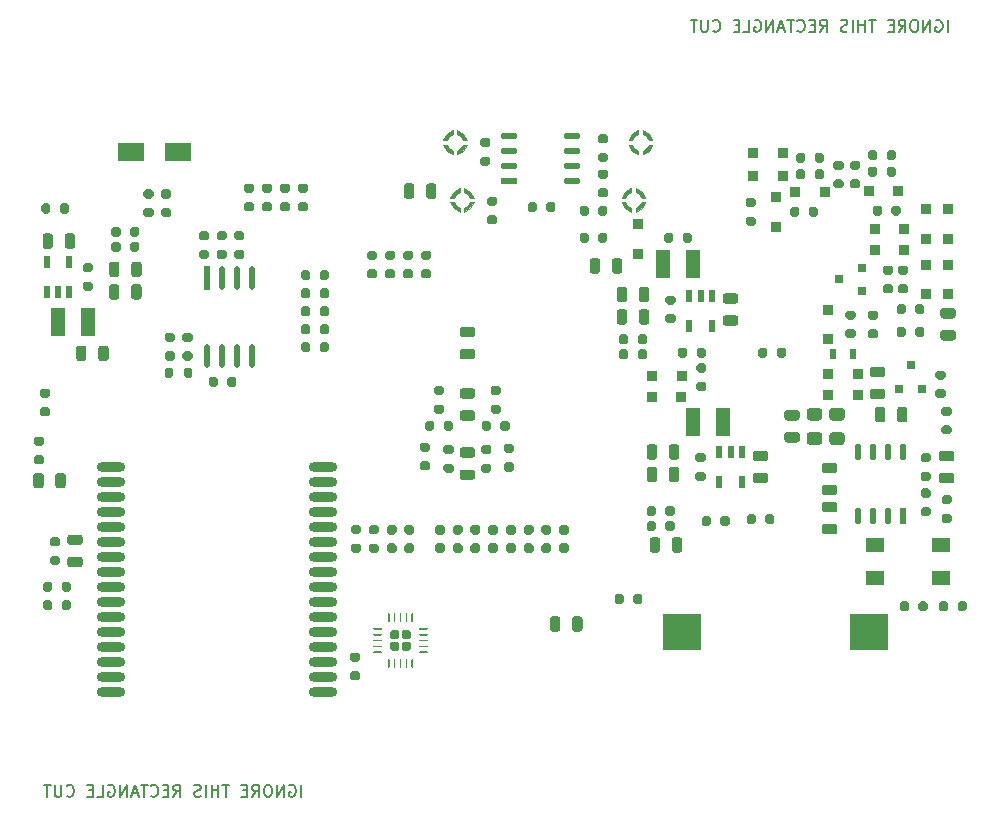
<source format=gbp>
G04 #@! TF.GenerationSoftware,KiCad,Pcbnew,5.1.9+dfsg1-1*
G04 #@! TF.CreationDate,2021-07-12T15:12:39+02:00*
G04 #@! TF.ProjectId,ulx3s,756c7833-732e-46b6-9963-61645f706362,v3.1.1*
G04 #@! TF.SameCoordinates,Original*
G04 #@! TF.FileFunction,Paste,Bot*
G04 #@! TF.FilePolarity,Positive*
%FSLAX46Y46*%
G04 Gerber Fmt 4.6, Leading zero omitted, Abs format (unit mm)*
G04 Created by KiCad (PCBNEW 5.1.9+dfsg1-1) date 2021-07-12 15:12:39*
%MOMM*%
%LPD*%
G01*
G04 APERTURE LIST*
%ADD10C,0.150000*%
%ADD11C,0.100000*%
%ADD12O,2.420000X0.820000*%
%ADD13R,3.300000X3.100000*%
%ADD14R,0.900000X0.900000*%
%ADD15R,1.200000X2.400000*%
%ADD16R,1.600000X1.200000*%
%ADD17R,0.800000X0.700000*%
%ADD18R,0.600000X1.100000*%
%ADD19R,0.500000X1.450000*%
%ADD20O,0.500000X1.450000*%
%ADD21R,1.450000X0.500000*%
%ADD22O,1.450000X0.500000*%
%ADD23R,0.500000X2.000000*%
%ADD24O,0.500000X2.000000*%
%ADD25R,0.570000X0.900000*%
%ADD26R,2.200000X1.500000*%
%ADD27R,0.700000X0.800000*%
G04 APERTURE END LIST*
D10*
X124417523Y-119817380D02*
X124417523Y-118817380D01*
X123417523Y-118865000D02*
X123512761Y-118817380D01*
X123655619Y-118817380D01*
X123798476Y-118865000D01*
X123893714Y-118960238D01*
X123941333Y-119055476D01*
X123988952Y-119245952D01*
X123988952Y-119388809D01*
X123941333Y-119579285D01*
X123893714Y-119674523D01*
X123798476Y-119769761D01*
X123655619Y-119817380D01*
X123560380Y-119817380D01*
X123417523Y-119769761D01*
X123369904Y-119722142D01*
X123369904Y-119388809D01*
X123560380Y-119388809D01*
X122941333Y-119817380D02*
X122941333Y-118817380D01*
X122369904Y-119817380D01*
X122369904Y-118817380D01*
X121703238Y-118817380D02*
X121512761Y-118817380D01*
X121417523Y-118865000D01*
X121322285Y-118960238D01*
X121274666Y-119150714D01*
X121274666Y-119484047D01*
X121322285Y-119674523D01*
X121417523Y-119769761D01*
X121512761Y-119817380D01*
X121703238Y-119817380D01*
X121798476Y-119769761D01*
X121893714Y-119674523D01*
X121941333Y-119484047D01*
X121941333Y-119150714D01*
X121893714Y-118960238D01*
X121798476Y-118865000D01*
X121703238Y-118817380D01*
X120274666Y-119817380D02*
X120608000Y-119341190D01*
X120846095Y-119817380D02*
X120846095Y-118817380D01*
X120465142Y-118817380D01*
X120369904Y-118865000D01*
X120322285Y-118912619D01*
X120274666Y-119007857D01*
X120274666Y-119150714D01*
X120322285Y-119245952D01*
X120369904Y-119293571D01*
X120465142Y-119341190D01*
X120846095Y-119341190D01*
X119846095Y-119293571D02*
X119512761Y-119293571D01*
X119369904Y-119817380D02*
X119846095Y-119817380D01*
X119846095Y-118817380D01*
X119369904Y-118817380D01*
X118322285Y-118817380D02*
X117750857Y-118817380D01*
X118036571Y-119817380D02*
X118036571Y-118817380D01*
X117417523Y-119817380D02*
X117417523Y-118817380D01*
X117417523Y-119293571D02*
X116846095Y-119293571D01*
X116846095Y-119817380D02*
X116846095Y-118817380D01*
X116369904Y-119817380D02*
X116369904Y-118817380D01*
X115941333Y-119769761D02*
X115798476Y-119817380D01*
X115560380Y-119817380D01*
X115465142Y-119769761D01*
X115417523Y-119722142D01*
X115369904Y-119626904D01*
X115369904Y-119531666D01*
X115417523Y-119436428D01*
X115465142Y-119388809D01*
X115560380Y-119341190D01*
X115750857Y-119293571D01*
X115846095Y-119245952D01*
X115893714Y-119198333D01*
X115941333Y-119103095D01*
X115941333Y-119007857D01*
X115893714Y-118912619D01*
X115846095Y-118865000D01*
X115750857Y-118817380D01*
X115512761Y-118817380D01*
X115369904Y-118865000D01*
X113608000Y-119817380D02*
X113941333Y-119341190D01*
X114179428Y-119817380D02*
X114179428Y-118817380D01*
X113798476Y-118817380D01*
X113703238Y-118865000D01*
X113655619Y-118912619D01*
X113608000Y-119007857D01*
X113608000Y-119150714D01*
X113655619Y-119245952D01*
X113703238Y-119293571D01*
X113798476Y-119341190D01*
X114179428Y-119341190D01*
X113179428Y-119293571D02*
X112846095Y-119293571D01*
X112703238Y-119817380D02*
X113179428Y-119817380D01*
X113179428Y-118817380D01*
X112703238Y-118817380D01*
X111703238Y-119722142D02*
X111750857Y-119769761D01*
X111893714Y-119817380D01*
X111988952Y-119817380D01*
X112131809Y-119769761D01*
X112227047Y-119674523D01*
X112274666Y-119579285D01*
X112322285Y-119388809D01*
X112322285Y-119245952D01*
X112274666Y-119055476D01*
X112227047Y-118960238D01*
X112131809Y-118865000D01*
X111988952Y-118817380D01*
X111893714Y-118817380D01*
X111750857Y-118865000D01*
X111703238Y-118912619D01*
X111417523Y-118817380D02*
X110846095Y-118817380D01*
X111131809Y-119817380D02*
X111131809Y-118817380D01*
X110560380Y-119531666D02*
X110084190Y-119531666D01*
X110655619Y-119817380D02*
X110322285Y-118817380D01*
X109988952Y-119817380D01*
X109655619Y-119817380D02*
X109655619Y-118817380D01*
X109084190Y-119817380D01*
X109084190Y-118817380D01*
X108084190Y-118865000D02*
X108179428Y-118817380D01*
X108322285Y-118817380D01*
X108465142Y-118865000D01*
X108560380Y-118960238D01*
X108608000Y-119055476D01*
X108655619Y-119245952D01*
X108655619Y-119388809D01*
X108608000Y-119579285D01*
X108560380Y-119674523D01*
X108465142Y-119769761D01*
X108322285Y-119817380D01*
X108227047Y-119817380D01*
X108084190Y-119769761D01*
X108036571Y-119722142D01*
X108036571Y-119388809D01*
X108227047Y-119388809D01*
X107131809Y-119817380D02*
X107608000Y-119817380D01*
X107608000Y-118817380D01*
X106798476Y-119293571D02*
X106465142Y-119293571D01*
X106322285Y-119817380D02*
X106798476Y-119817380D01*
X106798476Y-118817380D01*
X106322285Y-118817380D01*
X104560380Y-119722142D02*
X104608000Y-119769761D01*
X104750857Y-119817380D01*
X104846095Y-119817380D01*
X104988952Y-119769761D01*
X105084190Y-119674523D01*
X105131809Y-119579285D01*
X105179428Y-119388809D01*
X105179428Y-119245952D01*
X105131809Y-119055476D01*
X105084190Y-118960238D01*
X104988952Y-118865000D01*
X104846095Y-118817380D01*
X104750857Y-118817380D01*
X104608000Y-118865000D01*
X104560380Y-118912619D01*
X104131809Y-118817380D02*
X104131809Y-119626904D01*
X104084190Y-119722142D01*
X104036571Y-119769761D01*
X103941333Y-119817380D01*
X103750857Y-119817380D01*
X103655619Y-119769761D01*
X103608000Y-119722142D01*
X103560380Y-119626904D01*
X103560380Y-118817380D01*
X103227047Y-118817380D02*
X102655619Y-118817380D01*
X102941333Y-119817380D02*
X102941333Y-118817380D01*
X179154523Y-55047380D02*
X179154523Y-54047380D01*
X178154523Y-54095000D02*
X178249761Y-54047380D01*
X178392619Y-54047380D01*
X178535476Y-54095000D01*
X178630714Y-54190238D01*
X178678333Y-54285476D01*
X178725952Y-54475952D01*
X178725952Y-54618809D01*
X178678333Y-54809285D01*
X178630714Y-54904523D01*
X178535476Y-54999761D01*
X178392619Y-55047380D01*
X178297380Y-55047380D01*
X178154523Y-54999761D01*
X178106904Y-54952142D01*
X178106904Y-54618809D01*
X178297380Y-54618809D01*
X177678333Y-55047380D02*
X177678333Y-54047380D01*
X177106904Y-55047380D01*
X177106904Y-54047380D01*
X176440238Y-54047380D02*
X176249761Y-54047380D01*
X176154523Y-54095000D01*
X176059285Y-54190238D01*
X176011666Y-54380714D01*
X176011666Y-54714047D01*
X176059285Y-54904523D01*
X176154523Y-54999761D01*
X176249761Y-55047380D01*
X176440238Y-55047380D01*
X176535476Y-54999761D01*
X176630714Y-54904523D01*
X176678333Y-54714047D01*
X176678333Y-54380714D01*
X176630714Y-54190238D01*
X176535476Y-54095000D01*
X176440238Y-54047380D01*
X175011666Y-55047380D02*
X175345000Y-54571190D01*
X175583095Y-55047380D02*
X175583095Y-54047380D01*
X175202142Y-54047380D01*
X175106904Y-54095000D01*
X175059285Y-54142619D01*
X175011666Y-54237857D01*
X175011666Y-54380714D01*
X175059285Y-54475952D01*
X175106904Y-54523571D01*
X175202142Y-54571190D01*
X175583095Y-54571190D01*
X174583095Y-54523571D02*
X174249761Y-54523571D01*
X174106904Y-55047380D02*
X174583095Y-55047380D01*
X174583095Y-54047380D01*
X174106904Y-54047380D01*
X173059285Y-54047380D02*
X172487857Y-54047380D01*
X172773571Y-55047380D02*
X172773571Y-54047380D01*
X172154523Y-55047380D02*
X172154523Y-54047380D01*
X172154523Y-54523571D02*
X171583095Y-54523571D01*
X171583095Y-55047380D02*
X171583095Y-54047380D01*
X171106904Y-55047380D02*
X171106904Y-54047380D01*
X170678333Y-54999761D02*
X170535476Y-55047380D01*
X170297380Y-55047380D01*
X170202142Y-54999761D01*
X170154523Y-54952142D01*
X170106904Y-54856904D01*
X170106904Y-54761666D01*
X170154523Y-54666428D01*
X170202142Y-54618809D01*
X170297380Y-54571190D01*
X170487857Y-54523571D01*
X170583095Y-54475952D01*
X170630714Y-54428333D01*
X170678333Y-54333095D01*
X170678333Y-54237857D01*
X170630714Y-54142619D01*
X170583095Y-54095000D01*
X170487857Y-54047380D01*
X170249761Y-54047380D01*
X170106904Y-54095000D01*
X168345000Y-55047380D02*
X168678333Y-54571190D01*
X168916428Y-55047380D02*
X168916428Y-54047380D01*
X168535476Y-54047380D01*
X168440238Y-54095000D01*
X168392619Y-54142619D01*
X168345000Y-54237857D01*
X168345000Y-54380714D01*
X168392619Y-54475952D01*
X168440238Y-54523571D01*
X168535476Y-54571190D01*
X168916428Y-54571190D01*
X167916428Y-54523571D02*
X167583095Y-54523571D01*
X167440238Y-55047380D02*
X167916428Y-55047380D01*
X167916428Y-54047380D01*
X167440238Y-54047380D01*
X166440238Y-54952142D02*
X166487857Y-54999761D01*
X166630714Y-55047380D01*
X166725952Y-55047380D01*
X166868809Y-54999761D01*
X166964047Y-54904523D01*
X167011666Y-54809285D01*
X167059285Y-54618809D01*
X167059285Y-54475952D01*
X167011666Y-54285476D01*
X166964047Y-54190238D01*
X166868809Y-54095000D01*
X166725952Y-54047380D01*
X166630714Y-54047380D01*
X166487857Y-54095000D01*
X166440238Y-54142619D01*
X166154523Y-54047380D02*
X165583095Y-54047380D01*
X165868809Y-55047380D02*
X165868809Y-54047380D01*
X165297380Y-54761666D02*
X164821190Y-54761666D01*
X165392619Y-55047380D02*
X165059285Y-54047380D01*
X164725952Y-55047380D01*
X164392619Y-55047380D02*
X164392619Y-54047380D01*
X163821190Y-55047380D01*
X163821190Y-54047380D01*
X162821190Y-54095000D02*
X162916428Y-54047380D01*
X163059285Y-54047380D01*
X163202142Y-54095000D01*
X163297380Y-54190238D01*
X163345000Y-54285476D01*
X163392619Y-54475952D01*
X163392619Y-54618809D01*
X163345000Y-54809285D01*
X163297380Y-54904523D01*
X163202142Y-54999761D01*
X163059285Y-55047380D01*
X162964047Y-55047380D01*
X162821190Y-54999761D01*
X162773571Y-54952142D01*
X162773571Y-54618809D01*
X162964047Y-54618809D01*
X161868809Y-55047380D02*
X162345000Y-55047380D01*
X162345000Y-54047380D01*
X161535476Y-54523571D02*
X161202142Y-54523571D01*
X161059285Y-55047380D02*
X161535476Y-55047380D01*
X161535476Y-54047380D01*
X161059285Y-54047380D01*
X159297380Y-54952142D02*
X159345000Y-54999761D01*
X159487857Y-55047380D01*
X159583095Y-55047380D01*
X159725952Y-54999761D01*
X159821190Y-54904523D01*
X159868809Y-54809285D01*
X159916428Y-54618809D01*
X159916428Y-54475952D01*
X159868809Y-54285476D01*
X159821190Y-54190238D01*
X159725952Y-54095000D01*
X159583095Y-54047380D01*
X159487857Y-54047380D01*
X159345000Y-54095000D01*
X159297380Y-54142619D01*
X158868809Y-54047380D02*
X158868809Y-54856904D01*
X158821190Y-54952142D01*
X158773571Y-54999761D01*
X158678333Y-55047380D01*
X158487857Y-55047380D01*
X158392619Y-54999761D01*
X158345000Y-54952142D01*
X158297380Y-54856904D01*
X158297380Y-54047380D01*
X157964047Y-54047380D02*
X157392619Y-54047380D01*
X157678333Y-55047380D02*
X157678333Y-54047380D01*
D11*
G36*
X152746000Y-70012000D02*
G01*
X153046000Y-69812000D01*
X153246000Y-69512000D01*
X153546000Y-69512000D01*
X153246000Y-70012000D01*
X152746000Y-70312000D01*
X152746000Y-70012000D01*
G37*
X152746000Y-70012000D02*
X153046000Y-69812000D01*
X153246000Y-69512000D01*
X153546000Y-69512000D01*
X153246000Y-70012000D01*
X152746000Y-70312000D01*
X152746000Y-70012000D01*
G36*
X151846000Y-70012000D02*
G01*
X151546000Y-69512000D01*
X151846000Y-69512000D01*
X152046000Y-69812000D01*
X152346000Y-70012000D01*
X152346000Y-70312000D01*
X151846000Y-70012000D01*
G37*
X151846000Y-70012000D02*
X151546000Y-69512000D01*
X151846000Y-69512000D01*
X152046000Y-69812000D01*
X152346000Y-70012000D01*
X152346000Y-70312000D01*
X151846000Y-70012000D01*
G36*
X153046000Y-68812000D02*
G01*
X152746000Y-68612000D01*
X152746000Y-68312000D01*
X153246000Y-68612000D01*
X153546000Y-69112000D01*
X153246000Y-69112000D01*
X153046000Y-68812000D01*
G37*
X153046000Y-68812000D02*
X152746000Y-68612000D01*
X152746000Y-68312000D01*
X153246000Y-68612000D01*
X153546000Y-69112000D01*
X153246000Y-69112000D01*
X153046000Y-68812000D01*
G36*
X151846000Y-68612000D02*
G01*
X152346000Y-68312000D01*
X152346000Y-68612000D01*
X152046000Y-68812000D01*
X151846000Y-69112000D01*
X151546000Y-69112000D01*
X151846000Y-68612000D01*
G37*
X151846000Y-68612000D02*
X152346000Y-68312000D01*
X152346000Y-68612000D01*
X152046000Y-68812000D01*
X151846000Y-69112000D01*
X151546000Y-69112000D01*
X151846000Y-68612000D01*
G36*
X153646000Y-63912000D02*
G01*
X153346000Y-63712000D01*
X153346000Y-63412000D01*
X153846000Y-63712000D01*
X154146000Y-64212000D01*
X153846000Y-64212000D01*
X153646000Y-63912000D01*
G37*
X153646000Y-63912000D02*
X153346000Y-63712000D01*
X153346000Y-63412000D01*
X153846000Y-63712000D01*
X154146000Y-64212000D01*
X153846000Y-64212000D01*
X153646000Y-63912000D01*
G36*
X153346000Y-65112000D02*
G01*
X153646000Y-64912000D01*
X153846000Y-64612000D01*
X154146000Y-64612000D01*
X153846000Y-65112000D01*
X153346000Y-65412000D01*
X153346000Y-65112000D01*
G37*
X153346000Y-65112000D02*
X153646000Y-64912000D01*
X153846000Y-64612000D01*
X154146000Y-64612000D01*
X153846000Y-65112000D01*
X153346000Y-65412000D01*
X153346000Y-65112000D01*
G36*
X152446000Y-65112000D02*
G01*
X152146000Y-64612000D01*
X152446000Y-64612000D01*
X152646000Y-64912000D01*
X152946000Y-65112000D01*
X152946000Y-65412000D01*
X152446000Y-65112000D01*
G37*
X152446000Y-65112000D02*
X152146000Y-64612000D01*
X152446000Y-64612000D01*
X152646000Y-64912000D01*
X152946000Y-65112000D01*
X152946000Y-65412000D01*
X152446000Y-65112000D01*
G36*
X152446000Y-63712000D02*
G01*
X152946000Y-63412000D01*
X152946000Y-63712000D01*
X152646000Y-63912000D01*
X152446000Y-64212000D01*
X152146000Y-64212000D01*
X152446000Y-63712000D01*
G37*
X152446000Y-63712000D02*
X152946000Y-63412000D01*
X152946000Y-63712000D01*
X152646000Y-63912000D01*
X152446000Y-64212000D01*
X152146000Y-64212000D01*
X152446000Y-63712000D01*
G36*
X136746000Y-65112000D02*
G01*
X136446000Y-64612000D01*
X136746000Y-64612000D01*
X136946000Y-64912000D01*
X137246000Y-65112000D01*
X137246000Y-65412000D01*
X136746000Y-65112000D01*
G37*
X136746000Y-65112000D02*
X136446000Y-64612000D01*
X136746000Y-64612000D01*
X136946000Y-64912000D01*
X137246000Y-65112000D01*
X137246000Y-65412000D01*
X136746000Y-65112000D01*
G36*
X137946000Y-63912000D02*
G01*
X137646000Y-63712000D01*
X137646000Y-63412000D01*
X138146000Y-63712000D01*
X138446000Y-64212000D01*
X138146000Y-64212000D01*
X137946000Y-63912000D01*
G37*
X137946000Y-63912000D02*
X137646000Y-63712000D01*
X137646000Y-63412000D01*
X138146000Y-63712000D01*
X138446000Y-64212000D01*
X138146000Y-64212000D01*
X137946000Y-63912000D01*
G36*
X137646000Y-65112000D02*
G01*
X137946000Y-64912000D01*
X138146000Y-64612000D01*
X138446000Y-64612000D01*
X138146000Y-65112000D01*
X137646000Y-65412000D01*
X137646000Y-65112000D01*
G37*
X137646000Y-65112000D02*
X137946000Y-64912000D01*
X138146000Y-64612000D01*
X138446000Y-64612000D01*
X138146000Y-65112000D01*
X137646000Y-65412000D01*
X137646000Y-65112000D01*
G36*
X136746000Y-63712000D02*
G01*
X137246000Y-63412000D01*
X137246000Y-63712000D01*
X136946000Y-63912000D01*
X136746000Y-64212000D01*
X136446000Y-64212000D01*
X136746000Y-63712000D01*
G37*
X136746000Y-63712000D02*
X137246000Y-63412000D01*
X137246000Y-63712000D01*
X136946000Y-63912000D01*
X136746000Y-64212000D01*
X136446000Y-64212000D01*
X136746000Y-63712000D01*
G36*
X138246000Y-70012000D02*
G01*
X138546000Y-69812000D01*
X138746000Y-69512000D01*
X139046000Y-69512000D01*
X138746000Y-70012000D01*
X138246000Y-70312000D01*
X138246000Y-70012000D01*
G37*
X138246000Y-70012000D02*
X138546000Y-69812000D01*
X138746000Y-69512000D01*
X139046000Y-69512000D01*
X138746000Y-70012000D01*
X138246000Y-70312000D01*
X138246000Y-70012000D01*
G36*
X137346000Y-68612000D02*
G01*
X137846000Y-68312000D01*
X137846000Y-68612000D01*
X137546000Y-68812000D01*
X137346000Y-69112000D01*
X137046000Y-69112000D01*
X137346000Y-68612000D01*
G37*
X137346000Y-68612000D02*
X137846000Y-68312000D01*
X137846000Y-68612000D01*
X137546000Y-68812000D01*
X137346000Y-69112000D01*
X137046000Y-69112000D01*
X137346000Y-68612000D01*
G36*
X137346000Y-70012000D02*
G01*
X137046000Y-69512000D01*
X137346000Y-69512000D01*
X137546000Y-69812000D01*
X137846000Y-70012000D01*
X137846000Y-70312000D01*
X137346000Y-70012000D01*
G37*
X137346000Y-70012000D02*
X137046000Y-69512000D01*
X137346000Y-69512000D01*
X137546000Y-69812000D01*
X137846000Y-70012000D01*
X137846000Y-70312000D01*
X137346000Y-70012000D01*
G36*
X138546000Y-68812000D02*
G01*
X138246000Y-68612000D01*
X138246000Y-68312000D01*
X138746000Y-68612000D01*
X139046000Y-69112000D01*
X138746000Y-69112000D01*
X138546000Y-68812000D01*
G37*
X138546000Y-68812000D02*
X138246000Y-68612000D01*
X138246000Y-68312000D01*
X138746000Y-68612000D01*
X139046000Y-69112000D01*
X138746000Y-69112000D01*
X138546000Y-68812000D01*
D12*
X108300000Y-110975000D03*
X108300000Y-109705000D03*
X108300000Y-108435000D03*
X108300000Y-107165000D03*
X108300000Y-105895000D03*
X108300000Y-104625000D03*
X108300000Y-103355000D03*
X108300000Y-102085000D03*
X108300000Y-100815000D03*
X108300000Y-99545000D03*
X108300000Y-98275000D03*
X108300000Y-97005000D03*
X108300000Y-95735000D03*
X108300000Y-94465000D03*
X126300000Y-94465000D03*
X126300000Y-95735000D03*
X126300000Y-97005000D03*
X126300000Y-98275000D03*
X126300000Y-99545000D03*
X126300000Y-100815000D03*
X126300000Y-102085000D03*
X126300000Y-103355000D03*
X126300000Y-104625000D03*
X126300000Y-105895000D03*
X126300000Y-107165000D03*
X126300000Y-108435000D03*
X126300000Y-109705000D03*
X126300000Y-110975000D03*
X108300000Y-93195000D03*
X108300000Y-91925000D03*
X126300000Y-91925000D03*
X126300000Y-93195000D03*
G36*
G01*
X132735000Y-106898400D02*
X132735000Y-107301600D01*
G75*
G02*
X132536600Y-107500000I-198400J0D01*
G01*
X132133400Y-107500000D01*
G75*
G02*
X131935000Y-107301600I0J198400D01*
G01*
X131935000Y-106898400D01*
G75*
G02*
X132133400Y-106700000I198400J0D01*
G01*
X132536600Y-106700000D01*
G75*
G02*
X132735000Y-106898400I0J-198400D01*
G01*
G37*
G36*
G01*
X132735000Y-105898400D02*
X132735000Y-106301600D01*
G75*
G02*
X132536600Y-106500000I-198400J0D01*
G01*
X132133400Y-106500000D01*
G75*
G02*
X131935000Y-106301600I0J198400D01*
G01*
X131935000Y-105898400D01*
G75*
G02*
X132133400Y-105700000I198400J0D01*
G01*
X132536600Y-105700000D01*
G75*
G02*
X132735000Y-105898400I0J-198400D01*
G01*
G37*
G36*
G01*
X133735000Y-106898400D02*
X133735000Y-107301600D01*
G75*
G02*
X133536600Y-107500000I-198400J0D01*
G01*
X133133400Y-107500000D01*
G75*
G02*
X132935000Y-107301600I0J198400D01*
G01*
X132935000Y-106898400D01*
G75*
G02*
X133133400Y-106700000I198400J0D01*
G01*
X133536600Y-106700000D01*
G75*
G02*
X133735000Y-106898400I0J-198400D01*
G01*
G37*
G36*
G01*
X133735000Y-105898400D02*
X133735000Y-106301600D01*
G75*
G02*
X133536600Y-106500000I-198400J0D01*
G01*
X133133400Y-106500000D01*
G75*
G02*
X132935000Y-106301600I0J198400D01*
G01*
X132935000Y-105898400D01*
G75*
G02*
X133133400Y-105700000I198400J0D01*
G01*
X133536600Y-105700000D01*
G75*
G02*
X133735000Y-105898400I0J-198400D01*
G01*
G37*
G36*
G01*
X133910000Y-104337500D02*
X133910000Y-104987500D01*
G75*
G02*
X133872500Y-105025000I-37500J0D01*
G01*
X133797500Y-105025000D01*
G75*
G02*
X133760000Y-104987500I0J37500D01*
G01*
X133760000Y-104337500D01*
G75*
G02*
X133797500Y-104300000I37500J0D01*
G01*
X133872500Y-104300000D01*
G75*
G02*
X133910000Y-104337500I0J-37500D01*
G01*
G37*
G36*
G01*
X133410000Y-104337500D02*
X133410000Y-104987500D01*
G75*
G02*
X133372500Y-105025000I-37500J0D01*
G01*
X133297500Y-105025000D01*
G75*
G02*
X133260000Y-104987500I0J37500D01*
G01*
X133260000Y-104337500D01*
G75*
G02*
X133297500Y-104300000I37500J0D01*
G01*
X133372500Y-104300000D01*
G75*
G02*
X133410000Y-104337500I0J-37500D01*
G01*
G37*
G36*
G01*
X132910000Y-104337500D02*
X132910000Y-104987500D01*
G75*
G02*
X132872500Y-105025000I-37500J0D01*
G01*
X132797500Y-105025000D01*
G75*
G02*
X132760000Y-104987500I0J37500D01*
G01*
X132760000Y-104337500D01*
G75*
G02*
X132797500Y-104300000I37500J0D01*
G01*
X132872500Y-104300000D01*
G75*
G02*
X132910000Y-104337500I0J-37500D01*
G01*
G37*
G36*
G01*
X132410000Y-104337500D02*
X132410000Y-104987500D01*
G75*
G02*
X132372500Y-105025000I-37500J0D01*
G01*
X132297500Y-105025000D01*
G75*
G02*
X132260000Y-104987500I0J37500D01*
G01*
X132260000Y-104337500D01*
G75*
G02*
X132297500Y-104300000I37500J0D01*
G01*
X132372500Y-104300000D01*
G75*
G02*
X132410000Y-104337500I0J-37500D01*
G01*
G37*
G36*
G01*
X131910000Y-104337500D02*
X131910000Y-104987500D01*
G75*
G02*
X131872500Y-105025000I-37500J0D01*
G01*
X131797500Y-105025000D01*
G75*
G02*
X131760000Y-104987500I0J37500D01*
G01*
X131760000Y-104337500D01*
G75*
G02*
X131797500Y-104300000I37500J0D01*
G01*
X131872500Y-104300000D01*
G75*
G02*
X131910000Y-104337500I0J-37500D01*
G01*
G37*
G36*
G01*
X131260000Y-105562500D02*
X131260000Y-105637500D01*
G75*
G02*
X131222500Y-105675000I-37500J0D01*
G01*
X130572500Y-105675000D01*
G75*
G02*
X130535000Y-105637500I0J37500D01*
G01*
X130535000Y-105562500D01*
G75*
G02*
X130572500Y-105525000I37500J0D01*
G01*
X131222500Y-105525000D01*
G75*
G02*
X131260000Y-105562500I0J-37500D01*
G01*
G37*
G36*
G01*
X131260000Y-106062500D02*
X131260000Y-106137500D01*
G75*
G02*
X131222500Y-106175000I-37500J0D01*
G01*
X130572500Y-106175000D01*
G75*
G02*
X130535000Y-106137500I0J37500D01*
G01*
X130535000Y-106062500D01*
G75*
G02*
X130572500Y-106025000I37500J0D01*
G01*
X131222500Y-106025000D01*
G75*
G02*
X131260000Y-106062500I0J-37500D01*
G01*
G37*
G36*
G01*
X131260000Y-106562500D02*
X131260000Y-106637500D01*
G75*
G02*
X131222500Y-106675000I-37500J0D01*
G01*
X130572500Y-106675000D01*
G75*
G02*
X130535000Y-106637500I0J37500D01*
G01*
X130535000Y-106562500D01*
G75*
G02*
X130572500Y-106525000I37500J0D01*
G01*
X131222500Y-106525000D01*
G75*
G02*
X131260000Y-106562500I0J-37500D01*
G01*
G37*
G36*
G01*
X131260000Y-107062500D02*
X131260000Y-107137500D01*
G75*
G02*
X131222500Y-107175000I-37500J0D01*
G01*
X130572500Y-107175000D01*
G75*
G02*
X130535000Y-107137500I0J37500D01*
G01*
X130535000Y-107062500D01*
G75*
G02*
X130572500Y-107025000I37500J0D01*
G01*
X131222500Y-107025000D01*
G75*
G02*
X131260000Y-107062500I0J-37500D01*
G01*
G37*
G36*
G01*
X131260000Y-107562500D02*
X131260000Y-107637500D01*
G75*
G02*
X131222500Y-107675000I-37500J0D01*
G01*
X130572500Y-107675000D01*
G75*
G02*
X130535000Y-107637500I0J37500D01*
G01*
X130535000Y-107562500D01*
G75*
G02*
X130572500Y-107525000I37500J0D01*
G01*
X131222500Y-107525000D01*
G75*
G02*
X131260000Y-107562500I0J-37500D01*
G01*
G37*
G36*
G01*
X131910000Y-108212500D02*
X131910000Y-108862500D01*
G75*
G02*
X131872500Y-108900000I-37500J0D01*
G01*
X131797500Y-108900000D01*
G75*
G02*
X131760000Y-108862500I0J37500D01*
G01*
X131760000Y-108212500D01*
G75*
G02*
X131797500Y-108175000I37500J0D01*
G01*
X131872500Y-108175000D01*
G75*
G02*
X131910000Y-108212500I0J-37500D01*
G01*
G37*
G36*
G01*
X132410000Y-108212500D02*
X132410000Y-108862500D01*
G75*
G02*
X132372500Y-108900000I-37500J0D01*
G01*
X132297500Y-108900000D01*
G75*
G02*
X132260000Y-108862500I0J37500D01*
G01*
X132260000Y-108212500D01*
G75*
G02*
X132297500Y-108175000I37500J0D01*
G01*
X132372500Y-108175000D01*
G75*
G02*
X132410000Y-108212500I0J-37500D01*
G01*
G37*
G36*
G01*
X132910000Y-108212500D02*
X132910000Y-108862500D01*
G75*
G02*
X132872500Y-108900000I-37500J0D01*
G01*
X132797500Y-108900000D01*
G75*
G02*
X132760000Y-108862500I0J37500D01*
G01*
X132760000Y-108212500D01*
G75*
G02*
X132797500Y-108175000I37500J0D01*
G01*
X132872500Y-108175000D01*
G75*
G02*
X132910000Y-108212500I0J-37500D01*
G01*
G37*
G36*
G01*
X133410000Y-108212500D02*
X133410000Y-108862500D01*
G75*
G02*
X133372500Y-108900000I-37500J0D01*
G01*
X133297500Y-108900000D01*
G75*
G02*
X133260000Y-108862500I0J37500D01*
G01*
X133260000Y-108212500D01*
G75*
G02*
X133297500Y-108175000I37500J0D01*
G01*
X133372500Y-108175000D01*
G75*
G02*
X133410000Y-108212500I0J-37500D01*
G01*
G37*
G36*
G01*
X133910000Y-108212500D02*
X133910000Y-108862500D01*
G75*
G02*
X133872500Y-108900000I-37500J0D01*
G01*
X133797500Y-108900000D01*
G75*
G02*
X133760000Y-108862500I0J37500D01*
G01*
X133760000Y-108212500D01*
G75*
G02*
X133797500Y-108175000I37500J0D01*
G01*
X133872500Y-108175000D01*
G75*
G02*
X133910000Y-108212500I0J-37500D01*
G01*
G37*
G36*
G01*
X135135000Y-107562500D02*
X135135000Y-107637500D01*
G75*
G02*
X135097500Y-107675000I-37500J0D01*
G01*
X134447500Y-107675000D01*
G75*
G02*
X134410000Y-107637500I0J37500D01*
G01*
X134410000Y-107562500D01*
G75*
G02*
X134447500Y-107525000I37500J0D01*
G01*
X135097500Y-107525000D01*
G75*
G02*
X135135000Y-107562500I0J-37500D01*
G01*
G37*
G36*
G01*
X135135000Y-107062500D02*
X135135000Y-107137500D01*
G75*
G02*
X135097500Y-107175000I-37500J0D01*
G01*
X134447500Y-107175000D01*
G75*
G02*
X134410000Y-107137500I0J37500D01*
G01*
X134410000Y-107062500D01*
G75*
G02*
X134447500Y-107025000I37500J0D01*
G01*
X135097500Y-107025000D01*
G75*
G02*
X135135000Y-107062500I0J-37500D01*
G01*
G37*
G36*
G01*
X135135000Y-106562500D02*
X135135000Y-106637500D01*
G75*
G02*
X135097500Y-106675000I-37500J0D01*
G01*
X134447500Y-106675000D01*
G75*
G02*
X134410000Y-106637500I0J37500D01*
G01*
X134410000Y-106562500D01*
G75*
G02*
X134447500Y-106525000I37500J0D01*
G01*
X135097500Y-106525000D01*
G75*
G02*
X135135000Y-106562500I0J-37500D01*
G01*
G37*
G36*
G01*
X135135000Y-106062500D02*
X135135000Y-106137500D01*
G75*
G02*
X135097500Y-106175000I-37500J0D01*
G01*
X134447500Y-106175000D01*
G75*
G02*
X134410000Y-106137500I0J37500D01*
G01*
X134410000Y-106062500D01*
G75*
G02*
X134447500Y-106025000I37500J0D01*
G01*
X135097500Y-106025000D01*
G75*
G02*
X135135000Y-106062500I0J-37500D01*
G01*
G37*
G36*
G01*
X135135000Y-105562500D02*
X135135000Y-105637500D01*
G75*
G02*
X135097500Y-105675000I-37500J0D01*
G01*
X134447500Y-105675000D01*
G75*
G02*
X134410000Y-105637500I0J37500D01*
G01*
X134410000Y-105562500D01*
G75*
G02*
X134447500Y-105525000I37500J0D01*
G01*
X135097500Y-105525000D01*
G75*
G02*
X135135000Y-105562500I0J-37500D01*
G01*
G37*
D13*
X172485000Y-105870000D03*
X156685000Y-105870000D03*
D14*
X152930000Y-73850000D03*
X152930000Y-71350000D03*
D15*
X157600000Y-74755000D03*
X155060000Y-74755000D03*
X160140000Y-88090000D03*
X157600000Y-88090000D03*
X103825000Y-79625000D03*
X106365000Y-79625000D03*
D16*
X178576000Y-98522000D03*
X172976000Y-98522000D03*
X172976000Y-101322000D03*
X178576000Y-101322000D03*
G36*
G01*
X104403500Y-73216250D02*
X104403500Y-72353750D01*
G75*
G02*
X104622250Y-72135000I218750J0D01*
G01*
X105059750Y-72135000D01*
G75*
G02*
X105278500Y-72353750I0J-218750D01*
G01*
X105278500Y-73216250D01*
G75*
G02*
X105059750Y-73435000I-218750J0D01*
G01*
X104622250Y-73435000D01*
G75*
G02*
X104403500Y-73216250I0J218750D01*
G01*
G37*
G36*
G01*
X102528500Y-73216250D02*
X102528500Y-72353750D01*
G75*
G02*
X102747250Y-72135000I218750J0D01*
G01*
X103184750Y-72135000D01*
G75*
G02*
X103403500Y-72353750I0J-218750D01*
G01*
X103403500Y-73216250D01*
G75*
G02*
X103184750Y-73435000I-218750J0D01*
G01*
X102747250Y-73435000D01*
G75*
G02*
X102528500Y-73216250I0J218750D01*
G01*
G37*
G36*
G01*
X128748750Y-109200000D02*
X129211250Y-109200000D01*
G75*
G02*
X129405000Y-109393750I0J-193750D01*
G01*
X129405000Y-109781250D01*
G75*
G02*
X129211250Y-109975000I-193750J0D01*
G01*
X128748750Y-109975000D01*
G75*
G02*
X128555000Y-109781250I0J193750D01*
G01*
X128555000Y-109393750D01*
G75*
G02*
X128748750Y-109200000I193750J0D01*
G01*
G37*
G36*
G01*
X128748750Y-107625000D02*
X129211250Y-107625000D01*
G75*
G02*
X129405000Y-107818750I0J-193750D01*
G01*
X129405000Y-108206250D01*
G75*
G02*
X129211250Y-108400000I-193750J0D01*
G01*
X128748750Y-108400000D01*
G75*
G02*
X128555000Y-108206250I0J193750D01*
G01*
X128555000Y-107818750D01*
G75*
G02*
X128748750Y-107625000I193750J0D01*
G01*
G37*
G36*
G01*
X130811250Y-97600000D02*
X130348750Y-97600000D01*
G75*
G02*
X130155000Y-97406250I0J193750D01*
G01*
X130155000Y-97018750D01*
G75*
G02*
X130348750Y-96825000I193750J0D01*
G01*
X130811250Y-96825000D01*
G75*
G02*
X131005000Y-97018750I0J-193750D01*
G01*
X131005000Y-97406250D01*
G75*
G02*
X130811250Y-97600000I-193750J0D01*
G01*
G37*
G36*
G01*
X130811250Y-99175000D02*
X130348750Y-99175000D01*
G75*
G02*
X130155000Y-98981250I0J193750D01*
G01*
X130155000Y-98593750D01*
G75*
G02*
X130348750Y-98400000I193750J0D01*
G01*
X130811250Y-98400000D01*
G75*
G02*
X131005000Y-98593750I0J-193750D01*
G01*
X131005000Y-98981250D01*
G75*
G02*
X130811250Y-99175000I-193750J0D01*
G01*
G37*
G36*
G01*
X129311250Y-97587500D02*
X128848750Y-97587500D01*
G75*
G02*
X128655000Y-97393750I0J193750D01*
G01*
X128655000Y-97006250D01*
G75*
G02*
X128848750Y-96812500I193750J0D01*
G01*
X129311250Y-96812500D01*
G75*
G02*
X129505000Y-97006250I0J-193750D01*
G01*
X129505000Y-97393750D01*
G75*
G02*
X129311250Y-97587500I-193750J0D01*
G01*
G37*
G36*
G01*
X129311250Y-99162500D02*
X128848750Y-99162500D01*
G75*
G02*
X128655000Y-98968750I0J193750D01*
G01*
X128655000Y-98581250D01*
G75*
G02*
X128848750Y-98387500I193750J0D01*
G01*
X129311250Y-98387500D01*
G75*
G02*
X129505000Y-98581250I0J-193750D01*
G01*
X129505000Y-98968750D01*
G75*
G02*
X129311250Y-99162500I-193750J0D01*
G01*
G37*
G36*
G01*
X118167500Y-84931250D02*
X118167500Y-84468750D01*
G75*
G02*
X118361250Y-84275000I193750J0D01*
G01*
X118748750Y-84275000D01*
G75*
G02*
X118942500Y-84468750I0J-193750D01*
G01*
X118942500Y-84931250D01*
G75*
G02*
X118748750Y-85125000I-193750J0D01*
G01*
X118361250Y-85125000D01*
G75*
G02*
X118167500Y-84931250I0J193750D01*
G01*
G37*
G36*
G01*
X116592500Y-84931250D02*
X116592500Y-84468750D01*
G75*
G02*
X116786250Y-84275000I193750J0D01*
G01*
X117173750Y-84275000D01*
G75*
G02*
X117367500Y-84468750I0J-193750D01*
G01*
X117367500Y-84931250D01*
G75*
G02*
X117173750Y-85125000I-193750J0D01*
G01*
X116786250Y-85125000D01*
G75*
G02*
X116592500Y-84931250I0J193750D01*
G01*
G37*
G36*
G01*
X167906000Y-65969250D02*
X167906000Y-65506750D01*
G75*
G02*
X168099750Y-65313000I193750J0D01*
G01*
X168487250Y-65313000D01*
G75*
G02*
X168681000Y-65506750I0J-193750D01*
G01*
X168681000Y-65969250D01*
G75*
G02*
X168487250Y-66163000I-193750J0D01*
G01*
X168099750Y-66163000D01*
G75*
G02*
X167906000Y-65969250I0J193750D01*
G01*
G37*
G36*
G01*
X166331000Y-65969250D02*
X166331000Y-65506750D01*
G75*
G02*
X166524750Y-65313000I193750J0D01*
G01*
X166912250Y-65313000D01*
G75*
G02*
X167106000Y-65506750I0J-193750D01*
G01*
X167106000Y-65969250D01*
G75*
G02*
X166912250Y-66163000I-193750J0D01*
G01*
X166524750Y-66163000D01*
G75*
G02*
X166331000Y-65969250I0J193750D01*
G01*
G37*
G36*
G01*
X104152000Y-103831250D02*
X104152000Y-103368750D01*
G75*
G02*
X104345750Y-103175000I193750J0D01*
G01*
X104733250Y-103175000D01*
G75*
G02*
X104927000Y-103368750I0J-193750D01*
G01*
X104927000Y-103831250D01*
G75*
G02*
X104733250Y-104025000I-193750J0D01*
G01*
X104345750Y-104025000D01*
G75*
G02*
X104152000Y-103831250I0J193750D01*
G01*
G37*
G36*
G01*
X102577000Y-103831250D02*
X102577000Y-103368750D01*
G75*
G02*
X102770750Y-103175000I193750J0D01*
G01*
X103158250Y-103175000D01*
G75*
G02*
X103352000Y-103368750I0J-193750D01*
G01*
X103352000Y-103831250D01*
G75*
G02*
X103158250Y-104025000I-193750J0D01*
G01*
X102770750Y-104025000D01*
G75*
G02*
X102577000Y-103831250I0J193750D01*
G01*
G37*
G36*
G01*
X103352000Y-101828750D02*
X103352000Y-102291250D01*
G75*
G02*
X103158250Y-102485000I-193750J0D01*
G01*
X102770750Y-102485000D01*
G75*
G02*
X102577000Y-102291250I0J193750D01*
G01*
X102577000Y-101828750D01*
G75*
G02*
X102770750Y-101635000I193750J0D01*
G01*
X103158250Y-101635000D01*
G75*
G02*
X103352000Y-101828750I0J-193750D01*
G01*
G37*
G36*
G01*
X104927000Y-101828750D02*
X104927000Y-102291250D01*
G75*
G02*
X104733250Y-102485000I-193750J0D01*
G01*
X104345750Y-102485000D01*
G75*
G02*
X104152000Y-102291250I0J193750D01*
G01*
X104152000Y-101828750D01*
G75*
G02*
X104345750Y-101635000I193750J0D01*
G01*
X104733250Y-101635000D01*
G75*
G02*
X104927000Y-101828750I0J-193750D01*
G01*
G37*
G36*
G01*
X105707250Y-98512000D02*
X104844750Y-98512000D01*
G75*
G02*
X104626000Y-98293250I0J218750D01*
G01*
X104626000Y-97855750D01*
G75*
G02*
X104844750Y-97637000I218750J0D01*
G01*
X105707250Y-97637000D01*
G75*
G02*
X105926000Y-97855750I0J-218750D01*
G01*
X105926000Y-98293250D01*
G75*
G02*
X105707250Y-98512000I-218750J0D01*
G01*
G37*
G36*
G01*
X105707250Y-100387000D02*
X104844750Y-100387000D01*
G75*
G02*
X104626000Y-100168250I0J218750D01*
G01*
X104626000Y-99730750D01*
G75*
G02*
X104844750Y-99512000I218750J0D01*
G01*
X105707250Y-99512000D01*
G75*
G02*
X105926000Y-99730750I0J-218750D01*
G01*
X105926000Y-100168250D01*
G75*
G02*
X105707250Y-100387000I-218750J0D01*
G01*
G37*
G36*
G01*
X103807750Y-98630000D02*
X103345250Y-98630000D01*
G75*
G02*
X103151500Y-98436250I0J193750D01*
G01*
X103151500Y-98048750D01*
G75*
G02*
X103345250Y-97855000I193750J0D01*
G01*
X103807750Y-97855000D01*
G75*
G02*
X104001500Y-98048750I0J-193750D01*
G01*
X104001500Y-98436250D01*
G75*
G02*
X103807750Y-98630000I-193750J0D01*
G01*
G37*
G36*
G01*
X103807750Y-100205000D02*
X103345250Y-100205000D01*
G75*
G02*
X103151500Y-100011250I0J193750D01*
G01*
X103151500Y-99623750D01*
G75*
G02*
X103345250Y-99430000I193750J0D01*
G01*
X103807750Y-99430000D01*
G75*
G02*
X104001500Y-99623750I0J-193750D01*
G01*
X104001500Y-100011250D01*
G75*
G02*
X103807750Y-100205000I-193750J0D01*
G01*
G37*
G36*
G01*
X103617000Y-93492250D02*
X103617000Y-92629750D01*
G75*
G02*
X103835750Y-92411000I218750J0D01*
G01*
X104273250Y-92411000D01*
G75*
G02*
X104492000Y-92629750I0J-218750D01*
G01*
X104492000Y-93492250D01*
G75*
G02*
X104273250Y-93711000I-218750J0D01*
G01*
X103835750Y-93711000D01*
G75*
G02*
X103617000Y-93492250I0J218750D01*
G01*
G37*
G36*
G01*
X101742000Y-93492250D02*
X101742000Y-92629750D01*
G75*
G02*
X101960750Y-92411000I218750J0D01*
G01*
X102398250Y-92411000D01*
G75*
G02*
X102617000Y-92629750I0J-218750D01*
G01*
X102617000Y-93492250D01*
G75*
G02*
X102398250Y-93711000I-218750J0D01*
G01*
X101960750Y-93711000D01*
G75*
G02*
X101742000Y-93492250I0J218750D01*
G01*
G37*
G36*
G01*
X102504750Y-86839000D02*
X102967250Y-86839000D01*
G75*
G02*
X103161000Y-87032750I0J-193750D01*
G01*
X103161000Y-87420250D01*
G75*
G02*
X102967250Y-87614000I-193750J0D01*
G01*
X102504750Y-87614000D01*
G75*
G02*
X102311000Y-87420250I0J193750D01*
G01*
X102311000Y-87032750D01*
G75*
G02*
X102504750Y-86839000I193750J0D01*
G01*
G37*
G36*
G01*
X102504750Y-85264000D02*
X102967250Y-85264000D01*
G75*
G02*
X103161000Y-85457750I0J-193750D01*
G01*
X103161000Y-85845250D01*
G75*
G02*
X102967250Y-86039000I-193750J0D01*
G01*
X102504750Y-86039000D01*
G75*
G02*
X102311000Y-85845250I0J193750D01*
G01*
X102311000Y-85457750D01*
G75*
G02*
X102504750Y-85264000I193750J0D01*
G01*
G37*
G36*
G01*
X106246000Y-81860750D02*
X106246000Y-82723250D01*
G75*
G02*
X106027250Y-82942000I-218750J0D01*
G01*
X105589750Y-82942000D01*
G75*
G02*
X105371000Y-82723250I0J218750D01*
G01*
X105371000Y-81860750D01*
G75*
G02*
X105589750Y-81642000I218750J0D01*
G01*
X106027250Y-81642000D01*
G75*
G02*
X106246000Y-81860750I0J-218750D01*
G01*
G37*
G36*
G01*
X108121000Y-81860750D02*
X108121000Y-82723250D01*
G75*
G02*
X107902250Y-82942000I-218750J0D01*
G01*
X107464750Y-82942000D01*
G75*
G02*
X107246000Y-82723250I0J218750D01*
G01*
X107246000Y-81860750D01*
G75*
G02*
X107464750Y-81642000I218750J0D01*
G01*
X107902250Y-81642000D01*
G75*
G02*
X108121000Y-81860750I0J-218750D01*
G01*
G37*
G36*
G01*
X106596250Y-75415000D02*
X106133750Y-75415000D01*
G75*
G02*
X105940000Y-75221250I0J193750D01*
G01*
X105940000Y-74833750D01*
G75*
G02*
X106133750Y-74640000I193750J0D01*
G01*
X106596250Y-74640000D01*
G75*
G02*
X106790000Y-74833750I0J-193750D01*
G01*
X106790000Y-75221250D01*
G75*
G02*
X106596250Y-75415000I-193750J0D01*
G01*
G37*
G36*
G01*
X106596250Y-76990000D02*
X106133750Y-76990000D01*
G75*
G02*
X105940000Y-76796250I0J193750D01*
G01*
X105940000Y-76408750D01*
G75*
G02*
X106133750Y-76215000I193750J0D01*
G01*
X106596250Y-76215000D01*
G75*
G02*
X106790000Y-76408750I0J-193750D01*
G01*
X106790000Y-76796250D01*
G75*
G02*
X106596250Y-76990000I-193750J0D01*
G01*
G37*
G36*
G01*
X109040000Y-76653750D02*
X109040000Y-77516250D01*
G75*
G02*
X108821250Y-77735000I-218750J0D01*
G01*
X108383750Y-77735000D01*
G75*
G02*
X108165000Y-77516250I0J218750D01*
G01*
X108165000Y-76653750D01*
G75*
G02*
X108383750Y-76435000I218750J0D01*
G01*
X108821250Y-76435000D01*
G75*
G02*
X109040000Y-76653750I0J-218750D01*
G01*
G37*
G36*
G01*
X110915000Y-76653750D02*
X110915000Y-77516250D01*
G75*
G02*
X110696250Y-77735000I-218750J0D01*
G01*
X110258750Y-77735000D01*
G75*
G02*
X110040000Y-77516250I0J218750D01*
G01*
X110040000Y-76653750D01*
G75*
G02*
X110258750Y-76435000I218750J0D01*
G01*
X110696250Y-76435000D01*
G75*
G02*
X110915000Y-76653750I0J-218750D01*
G01*
G37*
G36*
G01*
X109040000Y-74748750D02*
X109040000Y-75611250D01*
G75*
G02*
X108821250Y-75830000I-218750J0D01*
G01*
X108383750Y-75830000D01*
G75*
G02*
X108165000Y-75611250I0J218750D01*
G01*
X108165000Y-74748750D01*
G75*
G02*
X108383750Y-74530000I218750J0D01*
G01*
X108821250Y-74530000D01*
G75*
G02*
X109040000Y-74748750I0J-218750D01*
G01*
G37*
G36*
G01*
X110915000Y-74748750D02*
X110915000Y-75611250D01*
G75*
G02*
X110696250Y-75830000I-218750J0D01*
G01*
X110258750Y-75830000D01*
G75*
G02*
X110040000Y-75611250I0J218750D01*
G01*
X110040000Y-74748750D01*
G75*
G02*
X110258750Y-74530000I218750J0D01*
G01*
X110696250Y-74530000D01*
G75*
G02*
X110915000Y-74748750I0J-218750D01*
G01*
G37*
G36*
G01*
X109140000Y-73043750D02*
X109140000Y-73506250D01*
G75*
G02*
X108946250Y-73700000I-193750J0D01*
G01*
X108558750Y-73700000D01*
G75*
G02*
X108365000Y-73506250I0J193750D01*
G01*
X108365000Y-73043750D01*
G75*
G02*
X108558750Y-72850000I193750J0D01*
G01*
X108946250Y-72850000D01*
G75*
G02*
X109140000Y-73043750I0J-193750D01*
G01*
G37*
G36*
G01*
X110715000Y-73043750D02*
X110715000Y-73506250D01*
G75*
G02*
X110521250Y-73700000I-193750J0D01*
G01*
X110133750Y-73700000D01*
G75*
G02*
X109940000Y-73506250I0J193750D01*
G01*
X109940000Y-73043750D01*
G75*
G02*
X110133750Y-72850000I193750J0D01*
G01*
X110521250Y-72850000D01*
G75*
G02*
X110715000Y-73043750I0J-193750D01*
G01*
G37*
G36*
G01*
X109140000Y-71773750D02*
X109140000Y-72236250D01*
G75*
G02*
X108946250Y-72430000I-193750J0D01*
G01*
X108558750Y-72430000D01*
G75*
G02*
X108365000Y-72236250I0J193750D01*
G01*
X108365000Y-71773750D01*
G75*
G02*
X108558750Y-71580000I193750J0D01*
G01*
X108946250Y-71580000D01*
G75*
G02*
X109140000Y-71773750I0J-193750D01*
G01*
G37*
G36*
G01*
X110715000Y-71773750D02*
X110715000Y-72236250D01*
G75*
G02*
X110521250Y-72430000I-193750J0D01*
G01*
X110133750Y-72430000D01*
G75*
G02*
X109940000Y-72236250I0J193750D01*
G01*
X109940000Y-71773750D01*
G75*
G02*
X110133750Y-71580000I193750J0D01*
G01*
X110521250Y-71580000D01*
G75*
G02*
X110715000Y-71773750I0J-193750D01*
G01*
G37*
G36*
G01*
X113531250Y-81320000D02*
X113068750Y-81320000D01*
G75*
G02*
X112875000Y-81126250I0J193750D01*
G01*
X112875000Y-80738750D01*
G75*
G02*
X113068750Y-80545000I193750J0D01*
G01*
X113531250Y-80545000D01*
G75*
G02*
X113725000Y-80738750I0J-193750D01*
G01*
X113725000Y-81126250D01*
G75*
G02*
X113531250Y-81320000I-193750J0D01*
G01*
G37*
G36*
G01*
X113531250Y-82895000D02*
X113068750Y-82895000D01*
G75*
G02*
X112875000Y-82701250I0J193750D01*
G01*
X112875000Y-82313750D01*
G75*
G02*
X113068750Y-82120000I193750J0D01*
G01*
X113531250Y-82120000D01*
G75*
G02*
X113725000Y-82313750I0J-193750D01*
G01*
X113725000Y-82701250D01*
G75*
G02*
X113531250Y-82895000I-193750J0D01*
G01*
G37*
G36*
G01*
X115031250Y-81320000D02*
X114568750Y-81320000D01*
G75*
G02*
X114375000Y-81126250I0J193750D01*
G01*
X114375000Y-80738750D01*
G75*
G02*
X114568750Y-80545000I193750J0D01*
G01*
X115031250Y-80545000D01*
G75*
G02*
X115225000Y-80738750I0J-193750D01*
G01*
X115225000Y-81126250D01*
G75*
G02*
X115031250Y-81320000I-193750J0D01*
G01*
G37*
G36*
G01*
X115031250Y-82895000D02*
X114568750Y-82895000D01*
G75*
G02*
X114375000Y-82701250I0J193750D01*
G01*
X114375000Y-82313750D01*
G75*
G02*
X114568750Y-82120000I193750J0D01*
G01*
X115031250Y-82120000D01*
G75*
G02*
X115225000Y-82313750I0J-193750D01*
G01*
X115225000Y-82701250D01*
G75*
G02*
X115031250Y-82895000I-193750J0D01*
G01*
G37*
G36*
G01*
X102459250Y-90103000D02*
X101996750Y-90103000D01*
G75*
G02*
X101803000Y-89909250I0J193750D01*
G01*
X101803000Y-89521750D01*
G75*
G02*
X101996750Y-89328000I193750J0D01*
G01*
X102459250Y-89328000D01*
G75*
G02*
X102653000Y-89521750I0J-193750D01*
G01*
X102653000Y-89909250D01*
G75*
G02*
X102459250Y-90103000I-193750J0D01*
G01*
G37*
G36*
G01*
X102459250Y-91678000D02*
X101996750Y-91678000D01*
G75*
G02*
X101803000Y-91484250I0J193750D01*
G01*
X101803000Y-91096750D01*
G75*
G02*
X101996750Y-90903000I193750J0D01*
G01*
X102459250Y-90903000D01*
G75*
G02*
X102653000Y-91096750I0J-193750D01*
G01*
X102653000Y-91484250D01*
G75*
G02*
X102459250Y-91678000I-193750J0D01*
G01*
G37*
G36*
G01*
X115968750Y-73520000D02*
X116431250Y-73520000D01*
G75*
G02*
X116625000Y-73713750I0J-193750D01*
G01*
X116625000Y-74101250D01*
G75*
G02*
X116431250Y-74295000I-193750J0D01*
G01*
X115968750Y-74295000D01*
G75*
G02*
X115775000Y-74101250I0J193750D01*
G01*
X115775000Y-73713750D01*
G75*
G02*
X115968750Y-73520000I193750J0D01*
G01*
G37*
G36*
G01*
X115968750Y-71945000D02*
X116431250Y-71945000D01*
G75*
G02*
X116625000Y-72138750I0J-193750D01*
G01*
X116625000Y-72526250D01*
G75*
G02*
X116431250Y-72720000I-193750J0D01*
G01*
X115968750Y-72720000D01*
G75*
G02*
X115775000Y-72526250I0J193750D01*
G01*
X115775000Y-72138750D01*
G75*
G02*
X115968750Y-71945000I193750J0D01*
G01*
G37*
G36*
G01*
X117463750Y-73518000D02*
X117926250Y-73518000D01*
G75*
G02*
X118120000Y-73711750I0J-193750D01*
G01*
X118120000Y-74099250D01*
G75*
G02*
X117926250Y-74293000I-193750J0D01*
G01*
X117463750Y-74293000D01*
G75*
G02*
X117270000Y-74099250I0J193750D01*
G01*
X117270000Y-73711750D01*
G75*
G02*
X117463750Y-73518000I193750J0D01*
G01*
G37*
G36*
G01*
X117463750Y-71943000D02*
X117926250Y-71943000D01*
G75*
G02*
X118120000Y-72136750I0J-193750D01*
G01*
X118120000Y-72524250D01*
G75*
G02*
X117926250Y-72718000I-193750J0D01*
G01*
X117463750Y-72718000D01*
G75*
G02*
X117270000Y-72524250I0J193750D01*
G01*
X117270000Y-72136750D01*
G75*
G02*
X117463750Y-71943000I193750J0D01*
G01*
G37*
G36*
G01*
X118968750Y-73520000D02*
X119431250Y-73520000D01*
G75*
G02*
X119625000Y-73713750I0J-193750D01*
G01*
X119625000Y-74101250D01*
G75*
G02*
X119431250Y-74295000I-193750J0D01*
G01*
X118968750Y-74295000D01*
G75*
G02*
X118775000Y-74101250I0J193750D01*
G01*
X118775000Y-73713750D01*
G75*
G02*
X118968750Y-73520000I193750J0D01*
G01*
G37*
G36*
G01*
X118968750Y-71945000D02*
X119431250Y-71945000D01*
G75*
G02*
X119625000Y-72138750I0J-193750D01*
G01*
X119625000Y-72526250D01*
G75*
G02*
X119431250Y-72720000I-193750J0D01*
G01*
X118968750Y-72720000D01*
G75*
G02*
X118775000Y-72526250I0J193750D01*
G01*
X118775000Y-72138750D01*
G75*
G02*
X118968750Y-71945000I193750J0D01*
G01*
G37*
G36*
G01*
X125196000Y-75438750D02*
X125196000Y-75901250D01*
G75*
G02*
X125002250Y-76095000I-193750J0D01*
G01*
X124614750Y-76095000D01*
G75*
G02*
X124421000Y-75901250I0J193750D01*
G01*
X124421000Y-75438750D01*
G75*
G02*
X124614750Y-75245000I193750J0D01*
G01*
X125002250Y-75245000D01*
G75*
G02*
X125196000Y-75438750I0J-193750D01*
G01*
G37*
G36*
G01*
X126771000Y-75438750D02*
X126771000Y-75901250D01*
G75*
G02*
X126577250Y-76095000I-193750J0D01*
G01*
X126189750Y-76095000D01*
G75*
G02*
X125996000Y-75901250I0J193750D01*
G01*
X125996000Y-75438750D01*
G75*
G02*
X126189750Y-75245000I193750J0D01*
G01*
X126577250Y-75245000D01*
G75*
G02*
X126771000Y-75438750I0J-193750D01*
G01*
G37*
G36*
G01*
X125196000Y-76980750D02*
X125196000Y-77443250D01*
G75*
G02*
X125002250Y-77637000I-193750J0D01*
G01*
X124614750Y-77637000D01*
G75*
G02*
X124421000Y-77443250I0J193750D01*
G01*
X124421000Y-76980750D01*
G75*
G02*
X124614750Y-76787000I193750J0D01*
G01*
X125002250Y-76787000D01*
G75*
G02*
X125196000Y-76980750I0J-193750D01*
G01*
G37*
G36*
G01*
X126771000Y-76980750D02*
X126771000Y-77443250D01*
G75*
G02*
X126577250Y-77637000I-193750J0D01*
G01*
X126189750Y-77637000D01*
G75*
G02*
X125996000Y-77443250I0J193750D01*
G01*
X125996000Y-76980750D01*
G75*
G02*
X126189750Y-76787000I193750J0D01*
G01*
X126577250Y-76787000D01*
G75*
G02*
X126771000Y-76980750I0J-193750D01*
G01*
G37*
G36*
G01*
X125196000Y-78504750D02*
X125196000Y-78967250D01*
G75*
G02*
X125002250Y-79161000I-193750J0D01*
G01*
X124614750Y-79161000D01*
G75*
G02*
X124421000Y-78967250I0J193750D01*
G01*
X124421000Y-78504750D01*
G75*
G02*
X124614750Y-78311000I193750J0D01*
G01*
X125002250Y-78311000D01*
G75*
G02*
X125196000Y-78504750I0J-193750D01*
G01*
G37*
G36*
G01*
X126771000Y-78504750D02*
X126771000Y-78967250D01*
G75*
G02*
X126577250Y-79161000I-193750J0D01*
G01*
X126189750Y-79161000D01*
G75*
G02*
X125996000Y-78967250I0J193750D01*
G01*
X125996000Y-78504750D01*
G75*
G02*
X126189750Y-78311000I193750J0D01*
G01*
X126577250Y-78311000D01*
G75*
G02*
X126771000Y-78504750I0J-193750D01*
G01*
G37*
G36*
G01*
X125196000Y-80028750D02*
X125196000Y-80491250D01*
G75*
G02*
X125002250Y-80685000I-193750J0D01*
G01*
X124614750Y-80685000D01*
G75*
G02*
X124421000Y-80491250I0J193750D01*
G01*
X124421000Y-80028750D01*
G75*
G02*
X124614750Y-79835000I193750J0D01*
G01*
X125002250Y-79835000D01*
G75*
G02*
X125196000Y-80028750I0J-193750D01*
G01*
G37*
G36*
G01*
X126771000Y-80028750D02*
X126771000Y-80491250D01*
G75*
G02*
X126577250Y-80685000I-193750J0D01*
G01*
X126189750Y-80685000D01*
G75*
G02*
X125996000Y-80491250I0J193750D01*
G01*
X125996000Y-80028750D01*
G75*
G02*
X126189750Y-79835000I193750J0D01*
G01*
X126577250Y-79835000D01*
G75*
G02*
X126771000Y-80028750I0J-193750D01*
G01*
G37*
G36*
G01*
X104000000Y-70251250D02*
X104000000Y-69788750D01*
G75*
G02*
X104193750Y-69595000I193750J0D01*
G01*
X104581250Y-69595000D01*
G75*
G02*
X104775000Y-69788750I0J-193750D01*
G01*
X104775000Y-70251250D01*
G75*
G02*
X104581250Y-70445000I-193750J0D01*
G01*
X104193750Y-70445000D01*
G75*
G02*
X104000000Y-70251250I0J193750D01*
G01*
G37*
G36*
G01*
X102425000Y-70251250D02*
X102425000Y-69788750D01*
G75*
G02*
X102618750Y-69595000I193750J0D01*
G01*
X103006250Y-69595000D01*
G75*
G02*
X103200000Y-69788750I0J-193750D01*
G01*
X103200000Y-70251250D01*
G75*
G02*
X103006250Y-70445000I-193750J0D01*
G01*
X102618750Y-70445000D01*
G75*
G02*
X102425000Y-70251250I0J193750D01*
G01*
G37*
G36*
G01*
X111731250Y-69185000D02*
X111268750Y-69185000D01*
G75*
G02*
X111075000Y-68991250I0J193750D01*
G01*
X111075000Y-68603750D01*
G75*
G02*
X111268750Y-68410000I193750J0D01*
G01*
X111731250Y-68410000D01*
G75*
G02*
X111925000Y-68603750I0J-193750D01*
G01*
X111925000Y-68991250D01*
G75*
G02*
X111731250Y-69185000I-193750J0D01*
G01*
G37*
G36*
G01*
X111731250Y-70760000D02*
X111268750Y-70760000D01*
G75*
G02*
X111075000Y-70566250I0J193750D01*
G01*
X111075000Y-70178750D01*
G75*
G02*
X111268750Y-69985000I193750J0D01*
G01*
X111731250Y-69985000D01*
G75*
G02*
X111925000Y-70178750I0J-193750D01*
G01*
X111925000Y-70566250D01*
G75*
G02*
X111731250Y-70760000I-193750J0D01*
G01*
G37*
G36*
G01*
X113231250Y-69185000D02*
X112768750Y-69185000D01*
G75*
G02*
X112575000Y-68991250I0J193750D01*
G01*
X112575000Y-68603750D01*
G75*
G02*
X112768750Y-68410000I193750J0D01*
G01*
X113231250Y-68410000D01*
G75*
G02*
X113425000Y-68603750I0J-193750D01*
G01*
X113425000Y-68991250D01*
G75*
G02*
X113231250Y-69185000I-193750J0D01*
G01*
G37*
G36*
G01*
X113231250Y-70760000D02*
X112768750Y-70760000D01*
G75*
G02*
X112575000Y-70566250I0J193750D01*
G01*
X112575000Y-70178750D01*
G75*
G02*
X112768750Y-69985000I193750J0D01*
G01*
X113231250Y-69985000D01*
G75*
G02*
X113425000Y-70178750I0J-193750D01*
G01*
X113425000Y-70566250D01*
G75*
G02*
X113231250Y-70760000I-193750J0D01*
G01*
G37*
G36*
G01*
X120239250Y-68685000D02*
X119776750Y-68685000D01*
G75*
G02*
X119583000Y-68491250I0J193750D01*
G01*
X119583000Y-68103750D01*
G75*
G02*
X119776750Y-67910000I193750J0D01*
G01*
X120239250Y-67910000D01*
G75*
G02*
X120433000Y-68103750I0J-193750D01*
G01*
X120433000Y-68491250D01*
G75*
G02*
X120239250Y-68685000I-193750J0D01*
G01*
G37*
G36*
G01*
X120239250Y-70260000D02*
X119776750Y-70260000D01*
G75*
G02*
X119583000Y-70066250I0J193750D01*
G01*
X119583000Y-69678750D01*
G75*
G02*
X119776750Y-69485000I193750J0D01*
G01*
X120239250Y-69485000D01*
G75*
G02*
X120433000Y-69678750I0J-193750D01*
G01*
X120433000Y-70066250D01*
G75*
G02*
X120239250Y-70260000I-193750J0D01*
G01*
G37*
G36*
G01*
X121763250Y-68685000D02*
X121300750Y-68685000D01*
G75*
G02*
X121107000Y-68491250I0J193750D01*
G01*
X121107000Y-68103750D01*
G75*
G02*
X121300750Y-67910000I193750J0D01*
G01*
X121763250Y-67910000D01*
G75*
G02*
X121957000Y-68103750I0J-193750D01*
G01*
X121957000Y-68491250D01*
G75*
G02*
X121763250Y-68685000I-193750J0D01*
G01*
G37*
G36*
G01*
X121763250Y-70260000D02*
X121300750Y-70260000D01*
G75*
G02*
X121107000Y-70066250I0J193750D01*
G01*
X121107000Y-69678750D01*
G75*
G02*
X121300750Y-69485000I193750J0D01*
G01*
X121763250Y-69485000D01*
G75*
G02*
X121957000Y-69678750I0J-193750D01*
G01*
X121957000Y-70066250D01*
G75*
G02*
X121763250Y-70260000I-193750J0D01*
G01*
G37*
G36*
G01*
X123287250Y-68685000D02*
X122824750Y-68685000D01*
G75*
G02*
X122631000Y-68491250I0J193750D01*
G01*
X122631000Y-68103750D01*
G75*
G02*
X122824750Y-67910000I193750J0D01*
G01*
X123287250Y-67910000D01*
G75*
G02*
X123481000Y-68103750I0J-193750D01*
G01*
X123481000Y-68491250D01*
G75*
G02*
X123287250Y-68685000I-193750J0D01*
G01*
G37*
G36*
G01*
X123287250Y-70260000D02*
X122824750Y-70260000D01*
G75*
G02*
X122631000Y-70066250I0J193750D01*
G01*
X122631000Y-69678750D01*
G75*
G02*
X122824750Y-69485000I193750J0D01*
G01*
X123287250Y-69485000D01*
G75*
G02*
X123481000Y-69678750I0J-193750D01*
G01*
X123481000Y-70066250D01*
G75*
G02*
X123287250Y-70260000I-193750J0D01*
G01*
G37*
G36*
G01*
X124811250Y-68685000D02*
X124348750Y-68685000D01*
G75*
G02*
X124155000Y-68491250I0J193750D01*
G01*
X124155000Y-68103750D01*
G75*
G02*
X124348750Y-67910000I193750J0D01*
G01*
X124811250Y-67910000D01*
G75*
G02*
X125005000Y-68103750I0J-193750D01*
G01*
X125005000Y-68491250D01*
G75*
G02*
X124811250Y-68685000I-193750J0D01*
G01*
G37*
G36*
G01*
X124811250Y-70260000D02*
X124348750Y-70260000D01*
G75*
G02*
X124155000Y-70066250I0J193750D01*
G01*
X124155000Y-69678750D01*
G75*
G02*
X124348750Y-69485000I193750J0D01*
G01*
X124811250Y-69485000D01*
G75*
G02*
X125005000Y-69678750I0J-193750D01*
G01*
X125005000Y-70066250D01*
G75*
G02*
X124811250Y-70260000I-193750J0D01*
G01*
G37*
G36*
G01*
X130653250Y-74373000D02*
X130190750Y-74373000D01*
G75*
G02*
X129997000Y-74179250I0J193750D01*
G01*
X129997000Y-73791750D01*
G75*
G02*
X130190750Y-73598000I193750J0D01*
G01*
X130653250Y-73598000D01*
G75*
G02*
X130847000Y-73791750I0J-193750D01*
G01*
X130847000Y-74179250D01*
G75*
G02*
X130653250Y-74373000I-193750J0D01*
G01*
G37*
G36*
G01*
X130653250Y-75948000D02*
X130190750Y-75948000D01*
G75*
G02*
X129997000Y-75754250I0J193750D01*
G01*
X129997000Y-75366750D01*
G75*
G02*
X130190750Y-75173000I193750J0D01*
G01*
X130653250Y-75173000D01*
G75*
G02*
X130847000Y-75366750I0J-193750D01*
G01*
X130847000Y-75754250D01*
G75*
G02*
X130653250Y-75948000I-193750J0D01*
G01*
G37*
G36*
G01*
X132192250Y-74373000D02*
X131729750Y-74373000D01*
G75*
G02*
X131536000Y-74179250I0J193750D01*
G01*
X131536000Y-73791750D01*
G75*
G02*
X131729750Y-73598000I193750J0D01*
G01*
X132192250Y-73598000D01*
G75*
G02*
X132386000Y-73791750I0J-193750D01*
G01*
X132386000Y-74179250D01*
G75*
G02*
X132192250Y-74373000I-193750J0D01*
G01*
G37*
G36*
G01*
X132192250Y-75948000D02*
X131729750Y-75948000D01*
G75*
G02*
X131536000Y-75754250I0J193750D01*
G01*
X131536000Y-75366750D01*
G75*
G02*
X131729750Y-75173000I193750J0D01*
G01*
X132192250Y-75173000D01*
G75*
G02*
X132386000Y-75366750I0J-193750D01*
G01*
X132386000Y-75754250D01*
G75*
G02*
X132192250Y-75948000I-193750J0D01*
G01*
G37*
G36*
G01*
X133716250Y-74373000D02*
X133253750Y-74373000D01*
G75*
G02*
X133060000Y-74179250I0J193750D01*
G01*
X133060000Y-73791750D01*
G75*
G02*
X133253750Y-73598000I193750J0D01*
G01*
X133716250Y-73598000D01*
G75*
G02*
X133910000Y-73791750I0J-193750D01*
G01*
X133910000Y-74179250D01*
G75*
G02*
X133716250Y-74373000I-193750J0D01*
G01*
G37*
G36*
G01*
X133716250Y-75948000D02*
X133253750Y-75948000D01*
G75*
G02*
X133060000Y-75754250I0J193750D01*
G01*
X133060000Y-75366750D01*
G75*
G02*
X133253750Y-75173000I193750J0D01*
G01*
X133716250Y-75173000D01*
G75*
G02*
X133910000Y-75366750I0J-193750D01*
G01*
X133910000Y-75754250D01*
G75*
G02*
X133716250Y-75948000I-193750J0D01*
G01*
G37*
G36*
G01*
X135240250Y-74373000D02*
X134777750Y-74373000D01*
G75*
G02*
X134584000Y-74179250I0J193750D01*
G01*
X134584000Y-73791750D01*
G75*
G02*
X134777750Y-73598000I193750J0D01*
G01*
X135240250Y-73598000D01*
G75*
G02*
X135434000Y-73791750I0J-193750D01*
G01*
X135434000Y-74179250D01*
G75*
G02*
X135240250Y-74373000I-193750J0D01*
G01*
G37*
G36*
G01*
X135240250Y-75948000D02*
X134777750Y-75948000D01*
G75*
G02*
X134584000Y-75754250I0J193750D01*
G01*
X134584000Y-75366750D01*
G75*
G02*
X134777750Y-75173000I193750J0D01*
G01*
X135240250Y-75173000D01*
G75*
G02*
X135434000Y-75366750I0J-193750D01*
G01*
X135434000Y-75754250D01*
G75*
G02*
X135240250Y-75948000I-193750J0D01*
G01*
G37*
G36*
G01*
X135001000Y-68981250D02*
X135001000Y-68118750D01*
G75*
G02*
X135219750Y-67900000I218750J0D01*
G01*
X135657250Y-67900000D01*
G75*
G02*
X135876000Y-68118750I0J-218750D01*
G01*
X135876000Y-68981250D01*
G75*
G02*
X135657250Y-69200000I-218750J0D01*
G01*
X135219750Y-69200000D01*
G75*
G02*
X135001000Y-68981250I0J218750D01*
G01*
G37*
G36*
G01*
X133126000Y-68981250D02*
X133126000Y-68118750D01*
G75*
G02*
X133344750Y-67900000I218750J0D01*
G01*
X133782250Y-67900000D01*
G75*
G02*
X134001000Y-68118750I0J-218750D01*
G01*
X134001000Y-68981250D01*
G75*
G02*
X133782250Y-69200000I-218750J0D01*
G01*
X133344750Y-69200000D01*
G75*
G02*
X133126000Y-68981250I0J218750D01*
G01*
G37*
G36*
G01*
X150211250Y-64500000D02*
X149748750Y-64500000D01*
G75*
G02*
X149555000Y-64306250I0J193750D01*
G01*
X149555000Y-63918750D01*
G75*
G02*
X149748750Y-63725000I193750J0D01*
G01*
X150211250Y-63725000D01*
G75*
G02*
X150405000Y-63918750I0J-193750D01*
G01*
X150405000Y-64306250D01*
G75*
G02*
X150211250Y-64500000I-193750J0D01*
G01*
G37*
G36*
G01*
X150211250Y-66075000D02*
X149748750Y-66075000D01*
G75*
G02*
X149555000Y-65881250I0J193750D01*
G01*
X149555000Y-65493750D01*
G75*
G02*
X149748750Y-65300000I193750J0D01*
G01*
X150211250Y-65300000D01*
G75*
G02*
X150405000Y-65493750I0J-193750D01*
G01*
X150405000Y-65881250D01*
G75*
G02*
X150211250Y-66075000I-193750J0D01*
G01*
G37*
G36*
G01*
X150211250Y-67500000D02*
X149748750Y-67500000D01*
G75*
G02*
X149555000Y-67306250I0J193750D01*
G01*
X149555000Y-66918750D01*
G75*
G02*
X149748750Y-66725000I193750J0D01*
G01*
X150211250Y-66725000D01*
G75*
G02*
X150405000Y-66918750I0J-193750D01*
G01*
X150405000Y-67306250D01*
G75*
G02*
X150211250Y-67500000I-193750J0D01*
G01*
G37*
G36*
G01*
X150211250Y-69075000D02*
X149748750Y-69075000D01*
G75*
G02*
X149555000Y-68881250I0J193750D01*
G01*
X149555000Y-68493750D01*
G75*
G02*
X149748750Y-68300000I193750J0D01*
G01*
X150211250Y-68300000D01*
G75*
G02*
X150405000Y-68493750I0J-193750D01*
G01*
X150405000Y-68881250D01*
G75*
G02*
X150211250Y-69075000I-193750J0D01*
G01*
G37*
G36*
G01*
X140256750Y-64830000D02*
X139794250Y-64830000D01*
G75*
G02*
X139600500Y-64636250I0J193750D01*
G01*
X139600500Y-64248750D01*
G75*
G02*
X139794250Y-64055000I193750J0D01*
G01*
X140256750Y-64055000D01*
G75*
G02*
X140450500Y-64248750I0J-193750D01*
G01*
X140450500Y-64636250D01*
G75*
G02*
X140256750Y-64830000I-193750J0D01*
G01*
G37*
G36*
G01*
X140256750Y-66405000D02*
X139794250Y-66405000D01*
G75*
G02*
X139600500Y-66211250I0J193750D01*
G01*
X139600500Y-65823750D01*
G75*
G02*
X139794250Y-65630000I193750J0D01*
G01*
X140256750Y-65630000D01*
G75*
G02*
X140450500Y-65823750I0J-193750D01*
G01*
X140450500Y-66211250D01*
G75*
G02*
X140256750Y-66405000I-193750J0D01*
G01*
G37*
G36*
G01*
X140365750Y-70601000D02*
X140828250Y-70601000D01*
G75*
G02*
X141022000Y-70794750I0J-193750D01*
G01*
X141022000Y-71182250D01*
G75*
G02*
X140828250Y-71376000I-193750J0D01*
G01*
X140365750Y-71376000D01*
G75*
G02*
X140172000Y-71182250I0J193750D01*
G01*
X140172000Y-70794750D01*
G75*
G02*
X140365750Y-70601000I193750J0D01*
G01*
G37*
G36*
G01*
X140365750Y-69026000D02*
X140828250Y-69026000D01*
G75*
G02*
X141022000Y-69219750I0J-193750D01*
G01*
X141022000Y-69607250D01*
G75*
G02*
X140828250Y-69801000I-193750J0D01*
G01*
X140365750Y-69801000D01*
G75*
G02*
X140172000Y-69607250I0J193750D01*
G01*
X140172000Y-69219750D01*
G75*
G02*
X140365750Y-69026000I193750J0D01*
G01*
G37*
G36*
G01*
X144380000Y-69668750D02*
X144380000Y-70131250D01*
G75*
G02*
X144186250Y-70325000I-193750J0D01*
G01*
X143798750Y-70325000D01*
G75*
G02*
X143605000Y-70131250I0J193750D01*
G01*
X143605000Y-69668750D01*
G75*
G02*
X143798750Y-69475000I193750J0D01*
G01*
X144186250Y-69475000D01*
G75*
G02*
X144380000Y-69668750I0J-193750D01*
G01*
G37*
G36*
G01*
X145955000Y-69668750D02*
X145955000Y-70131250D01*
G75*
G02*
X145761250Y-70325000I-193750J0D01*
G01*
X145373750Y-70325000D01*
G75*
G02*
X145180000Y-70131250I0J193750D01*
G01*
X145180000Y-69668750D01*
G75*
G02*
X145373750Y-69475000I193750J0D01*
G01*
X145761250Y-69475000D01*
G75*
G02*
X145955000Y-69668750I0J-193750D01*
G01*
G37*
G36*
G01*
X148780000Y-69968750D02*
X148780000Y-70431250D01*
G75*
G02*
X148586250Y-70625000I-193750J0D01*
G01*
X148198750Y-70625000D01*
G75*
G02*
X148005000Y-70431250I0J193750D01*
G01*
X148005000Y-69968750D01*
G75*
G02*
X148198750Y-69775000I193750J0D01*
G01*
X148586250Y-69775000D01*
G75*
G02*
X148780000Y-69968750I0J-193750D01*
G01*
G37*
G36*
G01*
X150355000Y-69968750D02*
X150355000Y-70431250D01*
G75*
G02*
X150161250Y-70625000I-193750J0D01*
G01*
X149773750Y-70625000D01*
G75*
G02*
X149580000Y-70431250I0J193750D01*
G01*
X149580000Y-69968750D01*
G75*
G02*
X149773750Y-69775000I193750J0D01*
G01*
X150161250Y-69775000D01*
G75*
G02*
X150355000Y-69968750I0J-193750D01*
G01*
G37*
G36*
G01*
X148775000Y-72255750D02*
X148775000Y-72718250D01*
G75*
G02*
X148581250Y-72912000I-193750J0D01*
G01*
X148193750Y-72912000D01*
G75*
G02*
X148000000Y-72718250I0J193750D01*
G01*
X148000000Y-72255750D01*
G75*
G02*
X148193750Y-72062000I193750J0D01*
G01*
X148581250Y-72062000D01*
G75*
G02*
X148775000Y-72255750I0J-193750D01*
G01*
G37*
G36*
G01*
X150350000Y-72255750D02*
X150350000Y-72718250D01*
G75*
G02*
X150156250Y-72912000I-193750J0D01*
G01*
X149768750Y-72912000D01*
G75*
G02*
X149575000Y-72718250I0J193750D01*
G01*
X149575000Y-72255750D01*
G75*
G02*
X149768750Y-72062000I193750J0D01*
G01*
X150156250Y-72062000D01*
G75*
G02*
X150350000Y-72255750I0J-193750D01*
G01*
G37*
G36*
G01*
X155930000Y-72255750D02*
X155930000Y-72718250D01*
G75*
G02*
X155736250Y-72912000I-193750J0D01*
G01*
X155348750Y-72912000D01*
G75*
G02*
X155155000Y-72718250I0J193750D01*
G01*
X155155000Y-72255750D01*
G75*
G02*
X155348750Y-72062000I193750J0D01*
G01*
X155736250Y-72062000D01*
G75*
G02*
X155930000Y-72255750I0J-193750D01*
G01*
G37*
G36*
G01*
X157505000Y-72255750D02*
X157505000Y-72718250D01*
G75*
G02*
X157311250Y-72912000I-193750J0D01*
G01*
X156923750Y-72912000D01*
G75*
G02*
X156730000Y-72718250I0J193750D01*
G01*
X156730000Y-72255750D01*
G75*
G02*
X156923750Y-72062000I193750J0D01*
G01*
X157311250Y-72062000D01*
G75*
G02*
X157505000Y-72255750I0J-193750D01*
G01*
G37*
G36*
G01*
X149734000Y-74450750D02*
X149734000Y-75313250D01*
G75*
G02*
X149515250Y-75532000I-218750J0D01*
G01*
X149077750Y-75532000D01*
G75*
G02*
X148859000Y-75313250I0J218750D01*
G01*
X148859000Y-74450750D01*
G75*
G02*
X149077750Y-74232000I218750J0D01*
G01*
X149515250Y-74232000D01*
G75*
G02*
X149734000Y-74450750I0J-218750D01*
G01*
G37*
G36*
G01*
X151609000Y-74450750D02*
X151609000Y-75313250D01*
G75*
G02*
X151390250Y-75532000I-218750J0D01*
G01*
X150952750Y-75532000D01*
G75*
G02*
X150734000Y-75313250I0J218750D01*
G01*
X150734000Y-74450750D01*
G75*
G02*
X150952750Y-74232000I218750J0D01*
G01*
X151390250Y-74232000D01*
G75*
G02*
X151609000Y-74450750I0J-218750D01*
G01*
G37*
G36*
G01*
X161206250Y-78065000D02*
X160343750Y-78065000D01*
G75*
G02*
X160125000Y-77846250I0J218750D01*
G01*
X160125000Y-77408750D01*
G75*
G02*
X160343750Y-77190000I218750J0D01*
G01*
X161206250Y-77190000D01*
G75*
G02*
X161425000Y-77408750I0J-218750D01*
G01*
X161425000Y-77846250D01*
G75*
G02*
X161206250Y-78065000I-218750J0D01*
G01*
G37*
G36*
G01*
X161206250Y-79940000D02*
X160343750Y-79940000D01*
G75*
G02*
X160125000Y-79721250I0J218750D01*
G01*
X160125000Y-79283750D01*
G75*
G02*
X160343750Y-79065000I218750J0D01*
G01*
X161206250Y-79065000D01*
G75*
G02*
X161425000Y-79283750I0J-218750D01*
G01*
X161425000Y-79721250D01*
G75*
G02*
X161206250Y-79940000I-218750J0D01*
G01*
G37*
G36*
G01*
X157100000Y-81988750D02*
X157100000Y-82451250D01*
G75*
G02*
X156906250Y-82645000I-193750J0D01*
G01*
X156518750Y-82645000D01*
G75*
G02*
X156325000Y-82451250I0J193750D01*
G01*
X156325000Y-81988750D01*
G75*
G02*
X156518750Y-81795000I193750J0D01*
G01*
X156906250Y-81795000D01*
G75*
G02*
X157100000Y-81988750I0J-193750D01*
G01*
G37*
G36*
G01*
X158675000Y-81988750D02*
X158675000Y-82451250D01*
G75*
G02*
X158481250Y-82645000I-193750J0D01*
G01*
X158093750Y-82645000D01*
G75*
G02*
X157900000Y-82451250I0J193750D01*
G01*
X157900000Y-81988750D01*
G75*
G02*
X158093750Y-81795000I193750J0D01*
G01*
X158481250Y-81795000D01*
G75*
G02*
X158675000Y-81988750I0J-193750D01*
G01*
G37*
G36*
G01*
X164700000Y-82451250D02*
X164700000Y-81988750D01*
G75*
G02*
X164893750Y-81795000I193750J0D01*
G01*
X165281250Y-81795000D01*
G75*
G02*
X165475000Y-81988750I0J-193750D01*
G01*
X165475000Y-82451250D01*
G75*
G02*
X165281250Y-82645000I-193750J0D01*
G01*
X164893750Y-82645000D01*
G75*
G02*
X164700000Y-82451250I0J193750D01*
G01*
G37*
G36*
G01*
X163125000Y-82451250D02*
X163125000Y-81988750D01*
G75*
G02*
X163318750Y-81795000I193750J0D01*
G01*
X163706250Y-81795000D01*
G75*
G02*
X163900000Y-81988750I0J-193750D01*
G01*
X163900000Y-82451250D01*
G75*
G02*
X163706250Y-82645000I-193750J0D01*
G01*
X163318750Y-82645000D01*
G75*
G02*
X163125000Y-82451250I0J193750D01*
G01*
G37*
G36*
G01*
X158080750Y-84713000D02*
X158543250Y-84713000D01*
G75*
G02*
X158737000Y-84906750I0J-193750D01*
G01*
X158737000Y-85294250D01*
G75*
G02*
X158543250Y-85488000I-193750J0D01*
G01*
X158080750Y-85488000D01*
G75*
G02*
X157887000Y-85294250I0J193750D01*
G01*
X157887000Y-84906750D01*
G75*
G02*
X158080750Y-84713000I193750J0D01*
G01*
G37*
G36*
G01*
X158080750Y-83138000D02*
X158543250Y-83138000D01*
G75*
G02*
X158737000Y-83331750I0J-193750D01*
G01*
X158737000Y-83719250D01*
G75*
G02*
X158543250Y-83913000I-193750J0D01*
G01*
X158080750Y-83913000D01*
G75*
G02*
X157887000Y-83719250I0J193750D01*
G01*
X157887000Y-83331750D01*
G75*
G02*
X158080750Y-83138000I193750J0D01*
G01*
G37*
G36*
G01*
X147380000Y-105631250D02*
X147380000Y-104768750D01*
G75*
G02*
X147598750Y-104550000I218750J0D01*
G01*
X148036250Y-104550000D01*
G75*
G02*
X148255000Y-104768750I0J-218750D01*
G01*
X148255000Y-105631250D01*
G75*
G02*
X148036250Y-105850000I-218750J0D01*
G01*
X147598750Y-105850000D01*
G75*
G02*
X147380000Y-105631250I0J218750D01*
G01*
G37*
G36*
G01*
X145505000Y-105631250D02*
X145505000Y-104768750D01*
G75*
G02*
X145723750Y-104550000I218750J0D01*
G01*
X146161250Y-104550000D01*
G75*
G02*
X146380000Y-104768750I0J-218750D01*
G01*
X146380000Y-105631250D01*
G75*
G02*
X146161250Y-105850000I-218750J0D01*
G01*
X145723750Y-105850000D01*
G75*
G02*
X145505000Y-105631250I0J218750D01*
G01*
G37*
G36*
G01*
X151739000Y-102844750D02*
X151739000Y-103307250D01*
G75*
G02*
X151545250Y-103501000I-193750J0D01*
G01*
X151157750Y-103501000D01*
G75*
G02*
X150964000Y-103307250I0J193750D01*
G01*
X150964000Y-102844750D01*
G75*
G02*
X151157750Y-102651000I193750J0D01*
G01*
X151545250Y-102651000D01*
G75*
G02*
X151739000Y-102844750I0J-193750D01*
G01*
G37*
G36*
G01*
X153314000Y-102844750D02*
X153314000Y-103307250D01*
G75*
G02*
X153120250Y-103501000I-193750J0D01*
G01*
X152732750Y-103501000D01*
G75*
G02*
X152539000Y-103307250I0J193750D01*
G01*
X152539000Y-102844750D01*
G75*
G02*
X152732750Y-102651000I193750J0D01*
G01*
X153120250Y-102651000D01*
G75*
G02*
X153314000Y-102844750I0J-193750D01*
G01*
G37*
G36*
G01*
X155814000Y-98935250D02*
X155814000Y-98072750D01*
G75*
G02*
X156032750Y-97854000I218750J0D01*
G01*
X156470250Y-97854000D01*
G75*
G02*
X156689000Y-98072750I0J-218750D01*
G01*
X156689000Y-98935250D01*
G75*
G02*
X156470250Y-99154000I-218750J0D01*
G01*
X156032750Y-99154000D01*
G75*
G02*
X155814000Y-98935250I0J218750D01*
G01*
G37*
G36*
G01*
X153939000Y-98935250D02*
X153939000Y-98072750D01*
G75*
G02*
X154157750Y-97854000I218750J0D01*
G01*
X154595250Y-97854000D01*
G75*
G02*
X154814000Y-98072750I0J-218750D01*
G01*
X154814000Y-98935250D01*
G75*
G02*
X154595250Y-99154000I-218750J0D01*
G01*
X154157750Y-99154000D01*
G75*
G02*
X153939000Y-98935250I0J218750D01*
G01*
G37*
G36*
G01*
X155260000Y-97141250D02*
X155260000Y-96678750D01*
G75*
G02*
X155453750Y-96485000I193750J0D01*
G01*
X155841250Y-96485000D01*
G75*
G02*
X156035000Y-96678750I0J-193750D01*
G01*
X156035000Y-97141250D01*
G75*
G02*
X155841250Y-97335000I-193750J0D01*
G01*
X155453750Y-97335000D01*
G75*
G02*
X155260000Y-97141250I0J193750D01*
G01*
G37*
G36*
G01*
X153685000Y-97141250D02*
X153685000Y-96678750D01*
G75*
G02*
X153878750Y-96485000I193750J0D01*
G01*
X154266250Y-96485000D01*
G75*
G02*
X154460000Y-96678750I0J-193750D01*
G01*
X154460000Y-97141250D01*
G75*
G02*
X154266250Y-97335000I-193750J0D01*
G01*
X153878750Y-97335000D01*
G75*
G02*
X153685000Y-97141250I0J193750D01*
G01*
G37*
G36*
G01*
X155260000Y-95871250D02*
X155260000Y-95408750D01*
G75*
G02*
X155453750Y-95215000I193750J0D01*
G01*
X155841250Y-95215000D01*
G75*
G02*
X156035000Y-95408750I0J-193750D01*
G01*
X156035000Y-95871250D01*
G75*
G02*
X155841250Y-96065000I-193750J0D01*
G01*
X155453750Y-96065000D01*
G75*
G02*
X155260000Y-95871250I0J193750D01*
G01*
G37*
G36*
G01*
X153685000Y-95871250D02*
X153685000Y-95408750D01*
G75*
G02*
X153878750Y-95215000I193750J0D01*
G01*
X154266250Y-95215000D01*
G75*
G02*
X154460000Y-95408750I0J-193750D01*
G01*
X154460000Y-95871250D01*
G75*
G02*
X154266250Y-96065000I-193750J0D01*
G01*
X153878750Y-96065000D01*
G75*
G02*
X153685000Y-95871250I0J193750D01*
G01*
G37*
G36*
G01*
X155560000Y-91061250D02*
X155560000Y-90198750D01*
G75*
G02*
X155778750Y-89980000I218750J0D01*
G01*
X156216250Y-89980000D01*
G75*
G02*
X156435000Y-90198750I0J-218750D01*
G01*
X156435000Y-91061250D01*
G75*
G02*
X156216250Y-91280000I-218750J0D01*
G01*
X155778750Y-91280000D01*
G75*
G02*
X155560000Y-91061250I0J218750D01*
G01*
G37*
G36*
G01*
X153685000Y-91061250D02*
X153685000Y-90198750D01*
G75*
G02*
X153903750Y-89980000I218750J0D01*
G01*
X154341250Y-89980000D01*
G75*
G02*
X154560000Y-90198750I0J-218750D01*
G01*
X154560000Y-91061250D01*
G75*
G02*
X154341250Y-91280000I-218750J0D01*
G01*
X153903750Y-91280000D01*
G75*
G02*
X153685000Y-91061250I0J218750D01*
G01*
G37*
G36*
G01*
X155560000Y-92966250D02*
X155560000Y-92103750D01*
G75*
G02*
X155778750Y-91885000I218750J0D01*
G01*
X156216250Y-91885000D01*
G75*
G02*
X156435000Y-92103750I0J-218750D01*
G01*
X156435000Y-92966250D01*
G75*
G02*
X156216250Y-93185000I-218750J0D01*
G01*
X155778750Y-93185000D01*
G75*
G02*
X155560000Y-92966250I0J218750D01*
G01*
G37*
G36*
G01*
X153685000Y-92966250D02*
X153685000Y-92103750D01*
G75*
G02*
X153903750Y-91885000I218750J0D01*
G01*
X154341250Y-91885000D01*
G75*
G02*
X154560000Y-92103750I0J-218750D01*
G01*
X154560000Y-92966250D01*
G75*
G02*
X154341250Y-93185000I-218750J0D01*
G01*
X153903750Y-93185000D01*
G75*
G02*
X153685000Y-92966250I0J218750D01*
G01*
G37*
G36*
G01*
X158003750Y-92300000D02*
X158466250Y-92300000D01*
G75*
G02*
X158660000Y-92493750I0J-193750D01*
G01*
X158660000Y-92881250D01*
G75*
G02*
X158466250Y-93075000I-193750J0D01*
G01*
X158003750Y-93075000D01*
G75*
G02*
X157810000Y-92881250I0J193750D01*
G01*
X157810000Y-92493750D01*
G75*
G02*
X158003750Y-92300000I193750J0D01*
G01*
G37*
G36*
G01*
X158003750Y-90725000D02*
X158466250Y-90725000D01*
G75*
G02*
X158660000Y-90918750I0J-193750D01*
G01*
X158660000Y-91306250D01*
G75*
G02*
X158466250Y-91500000I-193750J0D01*
G01*
X158003750Y-91500000D01*
G75*
G02*
X157810000Y-91306250I0J193750D01*
G01*
X157810000Y-90918750D01*
G75*
G02*
X158003750Y-90725000I193750J0D01*
G01*
G37*
G36*
G01*
X159120000Y-96258750D02*
X159120000Y-96721250D01*
G75*
G02*
X158926250Y-96915000I-193750J0D01*
G01*
X158538750Y-96915000D01*
G75*
G02*
X158345000Y-96721250I0J193750D01*
G01*
X158345000Y-96258750D01*
G75*
G02*
X158538750Y-96065000I193750J0D01*
G01*
X158926250Y-96065000D01*
G75*
G02*
X159120000Y-96258750I0J-193750D01*
G01*
G37*
G36*
G01*
X160695000Y-96258750D02*
X160695000Y-96721250D01*
G75*
G02*
X160501250Y-96915000I-193750J0D01*
G01*
X160113750Y-96915000D01*
G75*
G02*
X159920000Y-96721250I0J193750D01*
G01*
X159920000Y-96258750D01*
G75*
G02*
X160113750Y-96065000I193750J0D01*
G01*
X160501250Y-96065000D01*
G75*
G02*
X160695000Y-96258750I0J-193750D01*
G01*
G37*
G36*
G01*
X162915000Y-96113750D02*
X162915000Y-96576250D01*
G75*
G02*
X162721250Y-96770000I-193750J0D01*
G01*
X162333750Y-96770000D01*
G75*
G02*
X162140000Y-96576250I0J193750D01*
G01*
X162140000Y-96113750D01*
G75*
G02*
X162333750Y-95920000I193750J0D01*
G01*
X162721250Y-95920000D01*
G75*
G02*
X162915000Y-96113750I0J-193750D01*
G01*
G37*
G36*
G01*
X164490000Y-96113750D02*
X164490000Y-96576250D01*
G75*
G02*
X164296250Y-96770000I-193750J0D01*
G01*
X163908750Y-96770000D01*
G75*
G02*
X163715000Y-96576250I0J193750D01*
G01*
X163715000Y-96113750D01*
G75*
G02*
X163908750Y-95920000I193750J0D01*
G01*
X164296250Y-95920000D01*
G75*
G02*
X164490000Y-96113750I0J-193750D01*
G01*
G37*
G36*
G01*
X163746250Y-91400000D02*
X162883750Y-91400000D01*
G75*
G02*
X162665000Y-91181250I0J218750D01*
G01*
X162665000Y-90743750D01*
G75*
G02*
X162883750Y-90525000I218750J0D01*
G01*
X163746250Y-90525000D01*
G75*
G02*
X163965000Y-90743750I0J-218750D01*
G01*
X163965000Y-91181250D01*
G75*
G02*
X163746250Y-91400000I-218750J0D01*
G01*
G37*
G36*
G01*
X163746250Y-93275000D02*
X162883750Y-93275000D01*
G75*
G02*
X162665000Y-93056250I0J218750D01*
G01*
X162665000Y-92618750D01*
G75*
G02*
X162883750Y-92400000I218750J0D01*
G01*
X163746250Y-92400000D01*
G75*
G02*
X163965000Y-92618750I0J-218750D01*
G01*
X163965000Y-93056250D01*
G75*
G02*
X163746250Y-93275000I-218750J0D01*
G01*
G37*
G36*
G01*
X168725750Y-93416000D02*
X169588250Y-93416000D01*
G75*
G02*
X169807000Y-93634750I0J-218750D01*
G01*
X169807000Y-94072250D01*
G75*
G02*
X169588250Y-94291000I-218750J0D01*
G01*
X168725750Y-94291000D01*
G75*
G02*
X168507000Y-94072250I0J218750D01*
G01*
X168507000Y-93634750D01*
G75*
G02*
X168725750Y-93416000I218750J0D01*
G01*
G37*
G36*
G01*
X168725750Y-91541000D02*
X169588250Y-91541000D01*
G75*
G02*
X169807000Y-91759750I0J-218750D01*
G01*
X169807000Y-92197250D01*
G75*
G02*
X169588250Y-92416000I-218750J0D01*
G01*
X168725750Y-92416000D01*
G75*
G02*
X168507000Y-92197250I0J218750D01*
G01*
X168507000Y-91759750D01*
G75*
G02*
X168725750Y-91541000I218750J0D01*
G01*
G37*
G36*
G01*
X169603250Y-95736000D02*
X168740750Y-95736000D01*
G75*
G02*
X168522000Y-95517250I0J218750D01*
G01*
X168522000Y-95079750D01*
G75*
G02*
X168740750Y-94861000I218750J0D01*
G01*
X169603250Y-94861000D01*
G75*
G02*
X169822000Y-95079750I0J-218750D01*
G01*
X169822000Y-95517250D01*
G75*
G02*
X169603250Y-95736000I-218750J0D01*
G01*
G37*
G36*
G01*
X169603250Y-97611000D02*
X168740750Y-97611000D01*
G75*
G02*
X168522000Y-97392250I0J218750D01*
G01*
X168522000Y-96954750D01*
G75*
G02*
X168740750Y-96736000I218750J0D01*
G01*
X169603250Y-96736000D01*
G75*
G02*
X169822000Y-96954750I0J-218750D01*
G01*
X169822000Y-97392250D01*
G75*
G02*
X169603250Y-97611000I-218750J0D01*
G01*
G37*
G36*
G01*
X175884000Y-103479750D02*
X175884000Y-103942250D01*
G75*
G02*
X175690250Y-104136000I-193750J0D01*
G01*
X175302750Y-104136000D01*
G75*
G02*
X175109000Y-103942250I0J193750D01*
G01*
X175109000Y-103479750D01*
G75*
G02*
X175302750Y-103286000I193750J0D01*
G01*
X175690250Y-103286000D01*
G75*
G02*
X175884000Y-103479750I0J-193750D01*
G01*
G37*
G36*
G01*
X177459000Y-103479750D02*
X177459000Y-103942250D01*
G75*
G02*
X177265250Y-104136000I-193750J0D01*
G01*
X176877750Y-104136000D01*
G75*
G02*
X176684000Y-103942250I0J193750D01*
G01*
X176684000Y-103479750D01*
G75*
G02*
X176877750Y-103286000I193750J0D01*
G01*
X177265250Y-103286000D01*
G75*
G02*
X177459000Y-103479750I0J-193750D01*
G01*
G37*
G36*
G01*
X179198000Y-103479750D02*
X179198000Y-103942250D01*
G75*
G02*
X179004250Y-104136000I-193750J0D01*
G01*
X178616750Y-104136000D01*
G75*
G02*
X178423000Y-103942250I0J193750D01*
G01*
X178423000Y-103479750D01*
G75*
G02*
X178616750Y-103286000I193750J0D01*
G01*
X179004250Y-103286000D01*
G75*
G02*
X179198000Y-103479750I0J-193750D01*
G01*
G37*
G36*
G01*
X180773000Y-103479750D02*
X180773000Y-103942250D01*
G75*
G02*
X180579250Y-104136000I-193750J0D01*
G01*
X180191750Y-104136000D01*
G75*
G02*
X179998000Y-103942250I0J193750D01*
G01*
X179998000Y-103479750D01*
G75*
G02*
X180191750Y-103286000I193750J0D01*
G01*
X180579250Y-103286000D01*
G75*
G02*
X180773000Y-103479750I0J-193750D01*
G01*
G37*
G36*
G01*
X177068750Y-95300000D02*
X177531250Y-95300000D01*
G75*
G02*
X177725000Y-95493750I0J-193750D01*
G01*
X177725000Y-95881250D01*
G75*
G02*
X177531250Y-96075000I-193750J0D01*
G01*
X177068750Y-96075000D01*
G75*
G02*
X176875000Y-95881250I0J193750D01*
G01*
X176875000Y-95493750D01*
G75*
G02*
X177068750Y-95300000I193750J0D01*
G01*
G37*
G36*
G01*
X177068750Y-93725000D02*
X177531250Y-93725000D01*
G75*
G02*
X177725000Y-93918750I0J-193750D01*
G01*
X177725000Y-94306250D01*
G75*
G02*
X177531250Y-94500000I-193750J0D01*
G01*
X177068750Y-94500000D01*
G75*
G02*
X176875000Y-94306250I0J193750D01*
G01*
X176875000Y-93918750D01*
G75*
G02*
X177068750Y-93725000I193750J0D01*
G01*
G37*
G36*
G01*
X178846750Y-95874000D02*
X179309250Y-95874000D01*
G75*
G02*
X179503000Y-96067750I0J-193750D01*
G01*
X179503000Y-96455250D01*
G75*
G02*
X179309250Y-96649000I-193750J0D01*
G01*
X178846750Y-96649000D01*
G75*
G02*
X178653000Y-96455250I0J193750D01*
G01*
X178653000Y-96067750D01*
G75*
G02*
X178846750Y-95874000I193750J0D01*
G01*
G37*
G36*
G01*
X178846750Y-94299000D02*
X179309250Y-94299000D01*
G75*
G02*
X179503000Y-94492750I0J-193750D01*
G01*
X179503000Y-94880250D01*
G75*
G02*
X179309250Y-95074000I-193750J0D01*
G01*
X178846750Y-95074000D01*
G75*
G02*
X178653000Y-94880250I0J193750D01*
G01*
X178653000Y-94492750D01*
G75*
G02*
X178846750Y-94299000I193750J0D01*
G01*
G37*
G36*
G01*
X177531250Y-91518000D02*
X177068750Y-91518000D01*
G75*
G02*
X176875000Y-91324250I0J193750D01*
G01*
X176875000Y-90936750D01*
G75*
G02*
X177068750Y-90743000I193750J0D01*
G01*
X177531250Y-90743000D01*
G75*
G02*
X177725000Y-90936750I0J-193750D01*
G01*
X177725000Y-91324250D01*
G75*
G02*
X177531250Y-91518000I-193750J0D01*
G01*
G37*
G36*
G01*
X177531250Y-93093000D02*
X177068750Y-93093000D01*
G75*
G02*
X176875000Y-92899250I0J193750D01*
G01*
X176875000Y-92511750D01*
G75*
G02*
X177068750Y-92318000I193750J0D01*
G01*
X177531250Y-92318000D01*
G75*
G02*
X177725000Y-92511750I0J-193750D01*
G01*
X177725000Y-92899250D01*
G75*
G02*
X177531250Y-93093000I-193750J0D01*
G01*
G37*
G36*
G01*
X178646750Y-92418000D02*
X179509250Y-92418000D01*
G75*
G02*
X179728000Y-92636750I0J-218750D01*
G01*
X179728000Y-93074250D01*
G75*
G02*
X179509250Y-93293000I-218750J0D01*
G01*
X178646750Y-93293000D01*
G75*
G02*
X178428000Y-93074250I0J218750D01*
G01*
X178428000Y-92636750D01*
G75*
G02*
X178646750Y-92418000I218750J0D01*
G01*
G37*
G36*
G01*
X178646750Y-90543000D02*
X179509250Y-90543000D01*
G75*
G02*
X179728000Y-90761750I0J-218750D01*
G01*
X179728000Y-91199250D01*
G75*
G02*
X179509250Y-91418000I-218750J0D01*
G01*
X178646750Y-91418000D01*
G75*
G02*
X178428000Y-91199250I0J218750D01*
G01*
X178428000Y-90761750D01*
G75*
G02*
X178646750Y-90543000I218750J0D01*
G01*
G37*
G36*
G01*
X179294250Y-87581000D02*
X178831750Y-87581000D01*
G75*
G02*
X178638000Y-87387250I0J193750D01*
G01*
X178638000Y-86999750D01*
G75*
G02*
X178831750Y-86806000I193750J0D01*
G01*
X179294250Y-86806000D01*
G75*
G02*
X179488000Y-86999750I0J-193750D01*
G01*
X179488000Y-87387250D01*
G75*
G02*
X179294250Y-87581000I-193750J0D01*
G01*
G37*
G36*
G01*
X179294250Y-89156000D02*
X178831750Y-89156000D01*
G75*
G02*
X178638000Y-88962250I0J193750D01*
G01*
X178638000Y-88574750D01*
G75*
G02*
X178831750Y-88381000I193750J0D01*
G01*
X179294250Y-88381000D01*
G75*
G02*
X179488000Y-88574750I0J-193750D01*
G01*
X179488000Y-88962250D01*
G75*
G02*
X179294250Y-89156000I-193750J0D01*
G01*
G37*
G36*
G01*
X174879000Y-87904250D02*
X174879000Y-87041750D01*
G75*
G02*
X175097750Y-86823000I218750J0D01*
G01*
X175535250Y-86823000D01*
G75*
G02*
X175754000Y-87041750I0J-218750D01*
G01*
X175754000Y-87904250D01*
G75*
G02*
X175535250Y-88123000I-218750J0D01*
G01*
X175097750Y-88123000D01*
G75*
G02*
X174879000Y-87904250I0J218750D01*
G01*
G37*
G36*
G01*
X173004000Y-87904250D02*
X173004000Y-87041750D01*
G75*
G02*
X173222750Y-86823000I218750J0D01*
G01*
X173660250Y-86823000D01*
G75*
G02*
X173879000Y-87041750I0J-218750D01*
G01*
X173879000Y-87904250D01*
G75*
G02*
X173660250Y-88123000I-218750J0D01*
G01*
X173222750Y-88123000D01*
G75*
G02*
X173004000Y-87904250I0J218750D01*
G01*
G37*
G36*
G01*
X173652250Y-84288000D02*
X172789750Y-84288000D01*
G75*
G02*
X172571000Y-84069250I0J218750D01*
G01*
X172571000Y-83631750D01*
G75*
G02*
X172789750Y-83413000I218750J0D01*
G01*
X173652250Y-83413000D01*
G75*
G02*
X173871000Y-83631750I0J-218750D01*
G01*
X173871000Y-84069250D01*
G75*
G02*
X173652250Y-84288000I-218750J0D01*
G01*
G37*
G36*
G01*
X173652250Y-86163000D02*
X172789750Y-86163000D01*
G75*
G02*
X172571000Y-85944250I0J218750D01*
G01*
X172571000Y-85506750D01*
G75*
G02*
X172789750Y-85288000I218750J0D01*
G01*
X173652250Y-85288000D01*
G75*
G02*
X173871000Y-85506750I0J-218750D01*
G01*
X173871000Y-85944250D01*
G75*
G02*
X173652250Y-86163000I-218750J0D01*
G01*
G37*
G36*
G01*
X178323750Y-85315000D02*
X178786250Y-85315000D01*
G75*
G02*
X178980000Y-85508750I0J-193750D01*
G01*
X178980000Y-85896250D01*
G75*
G02*
X178786250Y-86090000I-193750J0D01*
G01*
X178323750Y-86090000D01*
G75*
G02*
X178130000Y-85896250I0J193750D01*
G01*
X178130000Y-85508750D01*
G75*
G02*
X178323750Y-85315000I193750J0D01*
G01*
G37*
G36*
G01*
X178323750Y-83740000D02*
X178786250Y-83740000D01*
G75*
G02*
X178980000Y-83933750I0J-193750D01*
G01*
X178980000Y-84321250D01*
G75*
G02*
X178786250Y-84515000I-193750J0D01*
G01*
X178323750Y-84515000D01*
G75*
G02*
X178130000Y-84321250I0J193750D01*
G01*
X178130000Y-83933750D01*
G75*
G02*
X178323750Y-83740000I193750J0D01*
G01*
G37*
G36*
G01*
X171166250Y-79435000D02*
X170703750Y-79435000D01*
G75*
G02*
X170510000Y-79241250I0J193750D01*
G01*
X170510000Y-78853750D01*
G75*
G02*
X170703750Y-78660000I193750J0D01*
G01*
X171166250Y-78660000D01*
G75*
G02*
X171360000Y-78853750I0J-193750D01*
G01*
X171360000Y-79241250D01*
G75*
G02*
X171166250Y-79435000I-193750J0D01*
G01*
G37*
G36*
G01*
X171166250Y-81010000D02*
X170703750Y-81010000D01*
G75*
G02*
X170510000Y-80816250I0J193750D01*
G01*
X170510000Y-80428750D01*
G75*
G02*
X170703750Y-80235000I193750J0D01*
G01*
X171166250Y-80235000D01*
G75*
G02*
X171360000Y-80428750I0J-193750D01*
G01*
X171360000Y-80816250D01*
G75*
G02*
X171166250Y-81010000I-193750J0D01*
G01*
G37*
G36*
G01*
X173071250Y-79435000D02*
X172608750Y-79435000D01*
G75*
G02*
X172415000Y-79241250I0J193750D01*
G01*
X172415000Y-78853750D01*
G75*
G02*
X172608750Y-78660000I193750J0D01*
G01*
X173071250Y-78660000D01*
G75*
G02*
X173265000Y-78853750I0J-193750D01*
G01*
X173265000Y-79241250D01*
G75*
G02*
X173071250Y-79435000I-193750J0D01*
G01*
G37*
G36*
G01*
X173071250Y-81010000D02*
X172608750Y-81010000D01*
G75*
G02*
X172415000Y-80816250I0J193750D01*
G01*
X172415000Y-80428750D01*
G75*
G02*
X172608750Y-80235000I193750J0D01*
G01*
X173071250Y-80235000D01*
G75*
G02*
X173265000Y-80428750I0J-193750D01*
G01*
X173265000Y-80816250D01*
G75*
G02*
X173071250Y-81010000I-193750J0D01*
G01*
G37*
G36*
G01*
X175615000Y-80238750D02*
X175615000Y-80701250D01*
G75*
G02*
X175421250Y-80895000I-193750J0D01*
G01*
X175033750Y-80895000D01*
G75*
G02*
X174840000Y-80701250I0J193750D01*
G01*
X174840000Y-80238750D01*
G75*
G02*
X175033750Y-80045000I193750J0D01*
G01*
X175421250Y-80045000D01*
G75*
G02*
X175615000Y-80238750I0J-193750D01*
G01*
G37*
G36*
G01*
X177190000Y-80238750D02*
X177190000Y-80701250D01*
G75*
G02*
X176996250Y-80895000I-193750J0D01*
G01*
X176608750Y-80895000D01*
G75*
G02*
X176415000Y-80701250I0J193750D01*
G01*
X176415000Y-80238750D01*
G75*
G02*
X176608750Y-80045000I193750J0D01*
G01*
X176996250Y-80045000D01*
G75*
G02*
X177190000Y-80238750I0J-193750D01*
G01*
G37*
G36*
G01*
X175615000Y-78333750D02*
X175615000Y-78796250D01*
G75*
G02*
X175421250Y-78990000I-193750J0D01*
G01*
X175033750Y-78990000D01*
G75*
G02*
X174840000Y-78796250I0J193750D01*
G01*
X174840000Y-78333750D01*
G75*
G02*
X175033750Y-78140000I193750J0D01*
G01*
X175421250Y-78140000D01*
G75*
G02*
X175615000Y-78333750I0J-193750D01*
G01*
G37*
G36*
G01*
X177190000Y-78333750D02*
X177190000Y-78796250D01*
G75*
G02*
X176996250Y-78990000I-193750J0D01*
G01*
X176608750Y-78990000D01*
G75*
G02*
X176415000Y-78796250I0J193750D01*
G01*
X176415000Y-78333750D01*
G75*
G02*
X176608750Y-78140000I193750J0D01*
G01*
X176996250Y-78140000D01*
G75*
G02*
X177190000Y-78333750I0J-193750D01*
G01*
G37*
G36*
G01*
X179621250Y-79335000D02*
X178758750Y-79335000D01*
G75*
G02*
X178540000Y-79116250I0J218750D01*
G01*
X178540000Y-78678750D01*
G75*
G02*
X178758750Y-78460000I218750J0D01*
G01*
X179621250Y-78460000D01*
G75*
G02*
X179840000Y-78678750I0J-218750D01*
G01*
X179840000Y-79116250D01*
G75*
G02*
X179621250Y-79335000I-218750J0D01*
G01*
G37*
G36*
G01*
X179621250Y-81210000D02*
X178758750Y-81210000D01*
G75*
G02*
X178540000Y-80991250I0J218750D01*
G01*
X178540000Y-80553750D01*
G75*
G02*
X178758750Y-80335000I218750J0D01*
G01*
X179621250Y-80335000D01*
G75*
G02*
X179840000Y-80553750I0J-218750D01*
G01*
X179840000Y-80991250D01*
G75*
G02*
X179621250Y-81210000I-218750J0D01*
G01*
G37*
D17*
X169935000Y-76025000D03*
X171935000Y-76975000D03*
X171935000Y-75075000D03*
G36*
G01*
X173878750Y-76425000D02*
X174341250Y-76425000D01*
G75*
G02*
X174535000Y-76618750I0J-193750D01*
G01*
X174535000Y-77006250D01*
G75*
G02*
X174341250Y-77200000I-193750J0D01*
G01*
X173878750Y-77200000D01*
G75*
G02*
X173685000Y-77006250I0J193750D01*
G01*
X173685000Y-76618750D01*
G75*
G02*
X173878750Y-76425000I193750J0D01*
G01*
G37*
G36*
G01*
X173878750Y-74850000D02*
X174341250Y-74850000D01*
G75*
G02*
X174535000Y-75043750I0J-193750D01*
G01*
X174535000Y-75431250D01*
G75*
G02*
X174341250Y-75625000I-193750J0D01*
G01*
X173878750Y-75625000D01*
G75*
G02*
X173685000Y-75431250I0J193750D01*
G01*
X173685000Y-75043750D01*
G75*
G02*
X173878750Y-74850000I193750J0D01*
G01*
G37*
G36*
G01*
X175148750Y-76425000D02*
X175611250Y-76425000D01*
G75*
G02*
X175805000Y-76618750I0J-193750D01*
G01*
X175805000Y-77006250D01*
G75*
G02*
X175611250Y-77200000I-193750J0D01*
G01*
X175148750Y-77200000D01*
G75*
G02*
X174955000Y-77006250I0J193750D01*
G01*
X174955000Y-76618750D01*
G75*
G02*
X175148750Y-76425000I193750J0D01*
G01*
G37*
G36*
G01*
X175148750Y-74850000D02*
X175611250Y-74850000D01*
G75*
G02*
X175805000Y-75043750I0J-193750D01*
G01*
X175805000Y-75431250D01*
G75*
G02*
X175611250Y-75625000I-193750J0D01*
G01*
X175148750Y-75625000D01*
G75*
G02*
X174955000Y-75431250I0J193750D01*
G01*
X174955000Y-75043750D01*
G75*
G02*
X175148750Y-74850000I193750J0D01*
G01*
G37*
G36*
G01*
X174398000Y-70432250D02*
X174398000Y-69969750D01*
G75*
G02*
X174591750Y-69776000I193750J0D01*
G01*
X174979250Y-69776000D01*
G75*
G02*
X175173000Y-69969750I0J-193750D01*
G01*
X175173000Y-70432250D01*
G75*
G02*
X174979250Y-70626000I-193750J0D01*
G01*
X174591750Y-70626000D01*
G75*
G02*
X174398000Y-70432250I0J193750D01*
G01*
G37*
G36*
G01*
X172823000Y-70432250D02*
X172823000Y-69969750D01*
G75*
G02*
X173016750Y-69776000I193750J0D01*
G01*
X173404250Y-69776000D01*
G75*
G02*
X173598000Y-69969750I0J-193750D01*
G01*
X173598000Y-70432250D01*
G75*
G02*
X173404250Y-70626000I-193750J0D01*
G01*
X173016750Y-70626000D01*
G75*
G02*
X172823000Y-70432250I0J193750D01*
G01*
G37*
G36*
G01*
X173200000Y-66667750D02*
X173200000Y-67130250D01*
G75*
G02*
X173006250Y-67324000I-193750J0D01*
G01*
X172618750Y-67324000D01*
G75*
G02*
X172425000Y-67130250I0J193750D01*
G01*
X172425000Y-66667750D01*
G75*
G02*
X172618750Y-66474000I193750J0D01*
G01*
X173006250Y-66474000D01*
G75*
G02*
X173200000Y-66667750I0J-193750D01*
G01*
G37*
G36*
G01*
X174775000Y-66667750D02*
X174775000Y-67130250D01*
G75*
G02*
X174581250Y-67324000I-193750J0D01*
G01*
X174193750Y-67324000D01*
G75*
G02*
X174000000Y-67130250I0J193750D01*
G01*
X174000000Y-66667750D01*
G75*
G02*
X174193750Y-66474000I193750J0D01*
G01*
X174581250Y-66474000D01*
G75*
G02*
X174775000Y-66667750I0J-193750D01*
G01*
G37*
G36*
G01*
X174002000Y-65733250D02*
X174002000Y-65270750D01*
G75*
G02*
X174195750Y-65077000I193750J0D01*
G01*
X174583250Y-65077000D01*
G75*
G02*
X174777000Y-65270750I0J-193750D01*
G01*
X174777000Y-65733250D01*
G75*
G02*
X174583250Y-65927000I-193750J0D01*
G01*
X174195750Y-65927000D01*
G75*
G02*
X174002000Y-65733250I0J193750D01*
G01*
G37*
G36*
G01*
X172427000Y-65733250D02*
X172427000Y-65270750D01*
G75*
G02*
X172620750Y-65077000I193750J0D01*
G01*
X173008250Y-65077000D01*
G75*
G02*
X173202000Y-65270750I0J-193750D01*
G01*
X173202000Y-65733250D01*
G75*
G02*
X173008250Y-65927000I-193750J0D01*
G01*
X172620750Y-65927000D01*
G75*
G02*
X172427000Y-65733250I0J193750D01*
G01*
G37*
G36*
G01*
X170150250Y-66753000D02*
X169687750Y-66753000D01*
G75*
G02*
X169494000Y-66559250I0J193750D01*
G01*
X169494000Y-66171750D01*
G75*
G02*
X169687750Y-65978000I193750J0D01*
G01*
X170150250Y-65978000D01*
G75*
G02*
X170344000Y-66171750I0J-193750D01*
G01*
X170344000Y-66559250D01*
G75*
G02*
X170150250Y-66753000I-193750J0D01*
G01*
G37*
G36*
G01*
X170150250Y-68328000D02*
X169687750Y-68328000D01*
G75*
G02*
X169494000Y-68134250I0J193750D01*
G01*
X169494000Y-67746750D01*
G75*
G02*
X169687750Y-67553000I193750J0D01*
G01*
X170150250Y-67553000D01*
G75*
G02*
X170344000Y-67746750I0J-193750D01*
G01*
X170344000Y-68134250D01*
G75*
G02*
X170150250Y-68328000I-193750J0D01*
G01*
G37*
G36*
G01*
X171562250Y-66753000D02*
X171099750Y-66753000D01*
G75*
G02*
X170906000Y-66559250I0J193750D01*
G01*
X170906000Y-66171750D01*
G75*
G02*
X171099750Y-65978000I193750J0D01*
G01*
X171562250Y-65978000D01*
G75*
G02*
X171756000Y-66171750I0J-193750D01*
G01*
X171756000Y-66559250D01*
G75*
G02*
X171562250Y-66753000I-193750J0D01*
G01*
G37*
G36*
G01*
X171562250Y-68328000D02*
X171099750Y-68328000D01*
G75*
G02*
X170906000Y-68134250I0J193750D01*
G01*
X170906000Y-67746750D01*
G75*
G02*
X171099750Y-67553000I193750J0D01*
G01*
X171562250Y-67553000D01*
G75*
G02*
X171756000Y-67746750I0J-193750D01*
G01*
X171756000Y-68134250D01*
G75*
G02*
X171562250Y-68328000I-193750J0D01*
G01*
G37*
D14*
X162700000Y-65357000D03*
X165200000Y-65357000D03*
G36*
G01*
X167906000Y-67366250D02*
X167906000Y-66903750D01*
G75*
G02*
X168099750Y-66710000I193750J0D01*
G01*
X168487250Y-66710000D01*
G75*
G02*
X168681000Y-66903750I0J-193750D01*
G01*
X168681000Y-67366250D01*
G75*
G02*
X168487250Y-67560000I-193750J0D01*
G01*
X168099750Y-67560000D01*
G75*
G02*
X167906000Y-67366250I0J193750D01*
G01*
G37*
G36*
G01*
X166331000Y-67366250D02*
X166331000Y-66903750D01*
G75*
G02*
X166524750Y-66710000I193750J0D01*
G01*
X166912250Y-66710000D01*
G75*
G02*
X167106000Y-66903750I0J-193750D01*
G01*
X167106000Y-67366250D01*
G75*
G02*
X166912250Y-67560000I-193750J0D01*
G01*
X166524750Y-67560000D01*
G75*
G02*
X166331000Y-67366250I0J193750D01*
G01*
G37*
X166256000Y-68659000D03*
X168756000Y-68659000D03*
G36*
G01*
X162711250Y-69910000D02*
X162248750Y-69910000D01*
G75*
G02*
X162055000Y-69716250I0J193750D01*
G01*
X162055000Y-69328750D01*
G75*
G02*
X162248750Y-69135000I193750J0D01*
G01*
X162711250Y-69135000D01*
G75*
G02*
X162905000Y-69328750I0J-193750D01*
G01*
X162905000Y-69716250D01*
G75*
G02*
X162711250Y-69910000I-193750J0D01*
G01*
G37*
G36*
G01*
X162711250Y-71485000D02*
X162248750Y-71485000D01*
G75*
G02*
X162055000Y-71291250I0J193750D01*
G01*
X162055000Y-70903750D01*
G75*
G02*
X162248750Y-70710000I193750J0D01*
G01*
X162711250Y-70710000D01*
G75*
G02*
X162905000Y-70903750I0J-193750D01*
G01*
X162905000Y-71291250D01*
G75*
G02*
X162711250Y-71485000I-193750J0D01*
G01*
G37*
X164585000Y-71560000D03*
X164585000Y-69060000D03*
D18*
X157285000Y-77392000D03*
X158235000Y-77392000D03*
X159185000Y-77392000D03*
X159185000Y-79992000D03*
X157285000Y-79992000D03*
G36*
G01*
X155463750Y-78965000D02*
X155926250Y-78965000D01*
G75*
G02*
X156120000Y-79158750I0J-193750D01*
G01*
X156120000Y-79546250D01*
G75*
G02*
X155926250Y-79740000I-193750J0D01*
G01*
X155463750Y-79740000D01*
G75*
G02*
X155270000Y-79546250I0J193750D01*
G01*
X155270000Y-79158750D01*
G75*
G02*
X155463750Y-78965000I193750J0D01*
G01*
G37*
G36*
G01*
X155463750Y-77390000D02*
X155926250Y-77390000D01*
G75*
G02*
X156120000Y-77583750I0J-193750D01*
G01*
X156120000Y-77971250D01*
G75*
G02*
X155926250Y-78165000I-193750J0D01*
G01*
X155463750Y-78165000D01*
G75*
G02*
X155270000Y-77971250I0J193750D01*
G01*
X155270000Y-77583750D01*
G75*
G02*
X155463750Y-77390000I193750J0D01*
G01*
G37*
G36*
G01*
X153020000Y-77726250D02*
X153020000Y-76863750D01*
G75*
G02*
X153238750Y-76645000I218750J0D01*
G01*
X153676250Y-76645000D01*
G75*
G02*
X153895000Y-76863750I0J-218750D01*
G01*
X153895000Y-77726250D01*
G75*
G02*
X153676250Y-77945000I-218750J0D01*
G01*
X153238750Y-77945000D01*
G75*
G02*
X153020000Y-77726250I0J218750D01*
G01*
G37*
G36*
G01*
X151145000Y-77726250D02*
X151145000Y-76863750D01*
G75*
G02*
X151363750Y-76645000I218750J0D01*
G01*
X151801250Y-76645000D01*
G75*
G02*
X152020000Y-76863750I0J-218750D01*
G01*
X152020000Y-77726250D01*
G75*
G02*
X151801250Y-77945000I-218750J0D01*
G01*
X151363750Y-77945000D01*
G75*
G02*
X151145000Y-77726250I0J218750D01*
G01*
G37*
G36*
G01*
X153020000Y-79631250D02*
X153020000Y-78768750D01*
G75*
G02*
X153238750Y-78550000I218750J0D01*
G01*
X153676250Y-78550000D01*
G75*
G02*
X153895000Y-78768750I0J-218750D01*
G01*
X153895000Y-79631250D01*
G75*
G02*
X153676250Y-79850000I-218750J0D01*
G01*
X153238750Y-79850000D01*
G75*
G02*
X153020000Y-79631250I0J218750D01*
G01*
G37*
G36*
G01*
X151145000Y-79631250D02*
X151145000Y-78768750D01*
G75*
G02*
X151363750Y-78550000I218750J0D01*
G01*
X151801250Y-78550000D01*
G75*
G02*
X152020000Y-78768750I0J-218750D01*
G01*
X152020000Y-79631250D01*
G75*
G02*
X151801250Y-79850000I-218750J0D01*
G01*
X151363750Y-79850000D01*
G75*
G02*
X151145000Y-79631250I0J218750D01*
G01*
G37*
G36*
G01*
X152920000Y-81336250D02*
X152920000Y-80873750D01*
G75*
G02*
X153113750Y-80680000I193750J0D01*
G01*
X153501250Y-80680000D01*
G75*
G02*
X153695000Y-80873750I0J-193750D01*
G01*
X153695000Y-81336250D01*
G75*
G02*
X153501250Y-81530000I-193750J0D01*
G01*
X153113750Y-81530000D01*
G75*
G02*
X152920000Y-81336250I0J193750D01*
G01*
G37*
G36*
G01*
X151345000Y-81336250D02*
X151345000Y-80873750D01*
G75*
G02*
X151538750Y-80680000I193750J0D01*
G01*
X151926250Y-80680000D01*
G75*
G02*
X152120000Y-80873750I0J-193750D01*
G01*
X152120000Y-81336250D01*
G75*
G02*
X151926250Y-81530000I-193750J0D01*
G01*
X151538750Y-81530000D01*
G75*
G02*
X151345000Y-81336250I0J193750D01*
G01*
G37*
G36*
G01*
X152920000Y-82606250D02*
X152920000Y-82143750D01*
G75*
G02*
X153113750Y-81950000I193750J0D01*
G01*
X153501250Y-81950000D01*
G75*
G02*
X153695000Y-82143750I0J-193750D01*
G01*
X153695000Y-82606250D01*
G75*
G02*
X153501250Y-82800000I-193750J0D01*
G01*
X153113750Y-82800000D01*
G75*
G02*
X152920000Y-82606250I0J193750D01*
G01*
G37*
G36*
G01*
X151345000Y-82606250D02*
X151345000Y-82143750D01*
G75*
G02*
X151538750Y-81950000I193750J0D01*
G01*
X151926250Y-81950000D01*
G75*
G02*
X152120000Y-82143750I0J-193750D01*
G01*
X152120000Y-82606250D01*
G75*
G02*
X151926250Y-82800000I-193750J0D01*
G01*
X151538750Y-82800000D01*
G75*
G02*
X151345000Y-82606250I0J193750D01*
G01*
G37*
G36*
G01*
X138931250Y-80920000D02*
X138068750Y-80920000D01*
G75*
G02*
X137850000Y-80701250I0J218750D01*
G01*
X137850000Y-80263750D01*
G75*
G02*
X138068750Y-80045000I218750J0D01*
G01*
X138931250Y-80045000D01*
G75*
G02*
X139150000Y-80263750I0J-218750D01*
G01*
X139150000Y-80701250D01*
G75*
G02*
X138931250Y-80920000I-218750J0D01*
G01*
G37*
G36*
G01*
X138931250Y-82795000D02*
X138068750Y-82795000D01*
G75*
G02*
X137850000Y-82576250I0J218750D01*
G01*
X137850000Y-82138750D01*
G75*
G02*
X138068750Y-81920000I218750J0D01*
G01*
X138931250Y-81920000D01*
G75*
G02*
X139150000Y-82138750I0J-218750D01*
G01*
X139150000Y-82576250D01*
G75*
G02*
X138931250Y-82795000I-218750J0D01*
G01*
G37*
G36*
G01*
X125200000Y-81538750D02*
X125200000Y-82001250D01*
G75*
G02*
X125006250Y-82195000I-193750J0D01*
G01*
X124618750Y-82195000D01*
G75*
G02*
X124425000Y-82001250I0J193750D01*
G01*
X124425000Y-81538750D01*
G75*
G02*
X124618750Y-81345000I193750J0D01*
G01*
X125006250Y-81345000D01*
G75*
G02*
X125200000Y-81538750I0J-193750D01*
G01*
G37*
G36*
G01*
X126775000Y-81538750D02*
X126775000Y-82001250D01*
G75*
G02*
X126581250Y-82195000I-193750J0D01*
G01*
X126193750Y-82195000D01*
G75*
G02*
X126000000Y-82001250I0J193750D01*
G01*
X126000000Y-81538750D01*
G75*
G02*
X126193750Y-81345000I193750J0D01*
G01*
X126581250Y-81345000D01*
G75*
G02*
X126775000Y-81538750I0J-193750D01*
G01*
G37*
G36*
G01*
X135868750Y-86620000D02*
X136331250Y-86620000D01*
G75*
G02*
X136525000Y-86813750I0J-193750D01*
G01*
X136525000Y-87201250D01*
G75*
G02*
X136331250Y-87395000I-193750J0D01*
G01*
X135868750Y-87395000D01*
G75*
G02*
X135675000Y-87201250I0J193750D01*
G01*
X135675000Y-86813750D01*
G75*
G02*
X135868750Y-86620000I193750J0D01*
G01*
G37*
G36*
G01*
X135868750Y-85045000D02*
X136331250Y-85045000D01*
G75*
G02*
X136525000Y-85238750I0J-193750D01*
G01*
X136525000Y-85626250D01*
G75*
G02*
X136331250Y-85820000I-193750J0D01*
G01*
X135868750Y-85820000D01*
G75*
G02*
X135675000Y-85626250I0J193750D01*
G01*
X135675000Y-85238750D01*
G75*
G02*
X135868750Y-85045000I193750J0D01*
G01*
G37*
G36*
G01*
X140668750Y-86620000D02*
X141131250Y-86620000D01*
G75*
G02*
X141325000Y-86813750I0J-193750D01*
G01*
X141325000Y-87201250D01*
G75*
G02*
X141131250Y-87395000I-193750J0D01*
G01*
X140668750Y-87395000D01*
G75*
G02*
X140475000Y-87201250I0J193750D01*
G01*
X140475000Y-86813750D01*
G75*
G02*
X140668750Y-86620000I193750J0D01*
G01*
G37*
G36*
G01*
X140668750Y-85045000D02*
X141131250Y-85045000D01*
G75*
G02*
X141325000Y-85238750I0J-193750D01*
G01*
X141325000Y-85626250D01*
G75*
G02*
X141131250Y-85820000I-193750J0D01*
G01*
X140668750Y-85820000D01*
G75*
G02*
X140475000Y-85626250I0J193750D01*
G01*
X140475000Y-85238750D01*
G75*
G02*
X140668750Y-85045000I193750J0D01*
G01*
G37*
G36*
G01*
X138068750Y-87120000D02*
X138931250Y-87120000D01*
G75*
G02*
X139150000Y-87338750I0J-218750D01*
G01*
X139150000Y-87776250D01*
G75*
G02*
X138931250Y-87995000I-218750J0D01*
G01*
X138068750Y-87995000D01*
G75*
G02*
X137850000Y-87776250I0J218750D01*
G01*
X137850000Y-87338750D01*
G75*
G02*
X138068750Y-87120000I218750J0D01*
G01*
G37*
G36*
G01*
X138068750Y-85245000D02*
X138931250Y-85245000D01*
G75*
G02*
X139150000Y-85463750I0J-218750D01*
G01*
X139150000Y-85901250D01*
G75*
G02*
X138931250Y-86120000I-218750J0D01*
G01*
X138068750Y-86120000D01*
G75*
G02*
X137850000Y-85901250I0J218750D01*
G01*
X137850000Y-85463750D01*
G75*
G02*
X138068750Y-85245000I218750J0D01*
G01*
G37*
G36*
G01*
X134668750Y-91420000D02*
X135131250Y-91420000D01*
G75*
G02*
X135325000Y-91613750I0J-193750D01*
G01*
X135325000Y-92001250D01*
G75*
G02*
X135131250Y-92195000I-193750J0D01*
G01*
X134668750Y-92195000D01*
G75*
G02*
X134475000Y-92001250I0J193750D01*
G01*
X134475000Y-91613750D01*
G75*
G02*
X134668750Y-91420000I193750J0D01*
G01*
G37*
G36*
G01*
X134668750Y-89845000D02*
X135131250Y-89845000D01*
G75*
G02*
X135325000Y-90038750I0J-193750D01*
G01*
X135325000Y-90426250D01*
G75*
G02*
X135131250Y-90620000I-193750J0D01*
G01*
X134668750Y-90620000D01*
G75*
G02*
X134475000Y-90426250I0J193750D01*
G01*
X134475000Y-90038750D01*
G75*
G02*
X134668750Y-89845000I193750J0D01*
G01*
G37*
G36*
G01*
X136668750Y-91620000D02*
X137131250Y-91620000D01*
G75*
G02*
X137325000Y-91813750I0J-193750D01*
G01*
X137325000Y-92201250D01*
G75*
G02*
X137131250Y-92395000I-193750J0D01*
G01*
X136668750Y-92395000D01*
G75*
G02*
X136475000Y-92201250I0J193750D01*
G01*
X136475000Y-91813750D01*
G75*
G02*
X136668750Y-91620000I193750J0D01*
G01*
G37*
G36*
G01*
X136668750Y-90045000D02*
X137131250Y-90045000D01*
G75*
G02*
X137325000Y-90238750I0J-193750D01*
G01*
X137325000Y-90626250D01*
G75*
G02*
X137131250Y-90820000I-193750J0D01*
G01*
X136668750Y-90820000D01*
G75*
G02*
X136475000Y-90626250I0J193750D01*
G01*
X136475000Y-90238750D01*
G75*
G02*
X136668750Y-90045000I193750J0D01*
G01*
G37*
G36*
G01*
X138068750Y-92120000D02*
X138931250Y-92120000D01*
G75*
G02*
X139150000Y-92338750I0J-218750D01*
G01*
X139150000Y-92776250D01*
G75*
G02*
X138931250Y-92995000I-218750J0D01*
G01*
X138068750Y-92995000D01*
G75*
G02*
X137850000Y-92776250I0J218750D01*
G01*
X137850000Y-92338750D01*
G75*
G02*
X138068750Y-92120000I218750J0D01*
G01*
G37*
G36*
G01*
X138068750Y-90245000D02*
X138931250Y-90245000D01*
G75*
G02*
X139150000Y-90463750I0J-218750D01*
G01*
X139150000Y-90901250D01*
G75*
G02*
X138931250Y-91120000I-218750J0D01*
G01*
X138068750Y-91120000D01*
G75*
G02*
X137850000Y-90901250I0J218750D01*
G01*
X137850000Y-90463750D01*
G75*
G02*
X138068750Y-90245000I218750J0D01*
G01*
G37*
G36*
G01*
X139868750Y-91620000D02*
X140331250Y-91620000D01*
G75*
G02*
X140525000Y-91813750I0J-193750D01*
G01*
X140525000Y-92201250D01*
G75*
G02*
X140331250Y-92395000I-193750J0D01*
G01*
X139868750Y-92395000D01*
G75*
G02*
X139675000Y-92201250I0J193750D01*
G01*
X139675000Y-91813750D01*
G75*
G02*
X139868750Y-91620000I193750J0D01*
G01*
G37*
G36*
G01*
X139868750Y-90045000D02*
X140331250Y-90045000D01*
G75*
G02*
X140525000Y-90238750I0J-193750D01*
G01*
X140525000Y-90626250D01*
G75*
G02*
X140331250Y-90820000I-193750J0D01*
G01*
X139868750Y-90820000D01*
G75*
G02*
X139675000Y-90626250I0J193750D01*
G01*
X139675000Y-90238750D01*
G75*
G02*
X139868750Y-90045000I193750J0D01*
G01*
G37*
G36*
G01*
X141768750Y-91520000D02*
X142231250Y-91520000D01*
G75*
G02*
X142425000Y-91713750I0J-193750D01*
G01*
X142425000Y-92101250D01*
G75*
G02*
X142231250Y-92295000I-193750J0D01*
G01*
X141768750Y-92295000D01*
G75*
G02*
X141575000Y-92101250I0J193750D01*
G01*
X141575000Y-91713750D01*
G75*
G02*
X141768750Y-91520000I193750J0D01*
G01*
G37*
G36*
G01*
X141768750Y-89945000D02*
X142231250Y-89945000D01*
G75*
G02*
X142425000Y-90138750I0J-193750D01*
G01*
X142425000Y-90526250D01*
G75*
G02*
X142231250Y-90720000I-193750J0D01*
G01*
X141768750Y-90720000D01*
G75*
G02*
X141575000Y-90526250I0J193750D01*
G01*
X141575000Y-90138750D01*
G75*
G02*
X141768750Y-89945000I193750J0D01*
G01*
G37*
G36*
G01*
X140500000Y-88188750D02*
X140500000Y-88651250D01*
G75*
G02*
X140306250Y-88845000I-193750J0D01*
G01*
X139918750Y-88845000D01*
G75*
G02*
X139725000Y-88651250I0J193750D01*
G01*
X139725000Y-88188750D01*
G75*
G02*
X139918750Y-87995000I193750J0D01*
G01*
X140306250Y-87995000D01*
G75*
G02*
X140500000Y-88188750I0J-193750D01*
G01*
G37*
G36*
G01*
X142075000Y-88188750D02*
X142075000Y-88651250D01*
G75*
G02*
X141881250Y-88845000I-193750J0D01*
G01*
X141493750Y-88845000D01*
G75*
G02*
X141300000Y-88651250I0J193750D01*
G01*
X141300000Y-88188750D01*
G75*
G02*
X141493750Y-87995000I193750J0D01*
G01*
X141881250Y-87995000D01*
G75*
G02*
X142075000Y-88188750I0J-193750D01*
G01*
G37*
G36*
G01*
X136500000Y-88651250D02*
X136500000Y-88188750D01*
G75*
G02*
X136693750Y-87995000I193750J0D01*
G01*
X137081250Y-87995000D01*
G75*
G02*
X137275000Y-88188750I0J-193750D01*
G01*
X137275000Y-88651250D01*
G75*
G02*
X137081250Y-88845000I-193750J0D01*
G01*
X136693750Y-88845000D01*
G75*
G02*
X136500000Y-88651250I0J193750D01*
G01*
G37*
G36*
G01*
X134925000Y-88651250D02*
X134925000Y-88188750D01*
G75*
G02*
X135118750Y-87995000I193750J0D01*
G01*
X135506250Y-87995000D01*
G75*
G02*
X135700000Y-88188750I0J-193750D01*
G01*
X135700000Y-88651250D01*
G75*
G02*
X135506250Y-88845000I-193750J0D01*
G01*
X135118750Y-88845000D01*
G75*
G02*
X134925000Y-88651250I0J193750D01*
G01*
G37*
X159825000Y-90600000D03*
X160775000Y-90600000D03*
X161725000Y-90600000D03*
X161725000Y-93200000D03*
X159825000Y-93200000D03*
X104775000Y-77115000D03*
X103825000Y-77115000D03*
X102875000Y-77115000D03*
X102875000Y-74515000D03*
X104775000Y-74515000D03*
D19*
X175395000Y-96015000D03*
D20*
X174125000Y-96015000D03*
X172855000Y-96015000D03*
X171585000Y-96015000D03*
X171585000Y-90615000D03*
X172855000Y-90615000D03*
X174125000Y-90615000D03*
X175395000Y-90615000D03*
D21*
X141980000Y-67706500D03*
D22*
X141980000Y-66436500D03*
X141980000Y-65166500D03*
X141980000Y-63896500D03*
X147380000Y-63896500D03*
X147380000Y-65166500D03*
X147380000Y-66436500D03*
X147380000Y-67706500D03*
D23*
X116440000Y-75920000D03*
D24*
X117710000Y-75920000D03*
X118980000Y-75920000D03*
X120250000Y-75920000D03*
X120250000Y-82524000D03*
X118980000Y-82524000D03*
X117710000Y-82524000D03*
X116440000Y-82524000D03*
D14*
X169050000Y-84059000D03*
X171550000Y-84059000D03*
X169030000Y-78585000D03*
X169030000Y-81085000D03*
X171550000Y-85837000D03*
X169050000Y-85837000D03*
X179190000Y-74775000D03*
X179190000Y-77275000D03*
X177285000Y-77275000D03*
X177285000Y-74775000D03*
X172987000Y-73503000D03*
X175487000Y-73503000D03*
X174979000Y-68550000D03*
X172479000Y-68550000D03*
X165200000Y-67262000D03*
X162700000Y-67262000D03*
X177285000Y-72594000D03*
X177285000Y-70094000D03*
X179190000Y-70094000D03*
X179190000Y-72594000D03*
D25*
X171175000Y-82375000D03*
X169425000Y-82375000D03*
D26*
X109980000Y-65200000D03*
X113980000Y-65200000D03*
D27*
X176015000Y-83280000D03*
X175065000Y-85280000D03*
X176965000Y-85280000D03*
D14*
X175502000Y-71740000D03*
X173002000Y-71740000D03*
X154141000Y-84186000D03*
X156641000Y-84186000D03*
X154121000Y-85964000D03*
X156621000Y-85964000D03*
G36*
G01*
X165823000Y-70541250D02*
X165823000Y-70078750D01*
G75*
G02*
X166016750Y-69885000I193750J0D01*
G01*
X166404250Y-69885000D01*
G75*
G02*
X166598000Y-70078750I0J-193750D01*
G01*
X166598000Y-70541250D01*
G75*
G02*
X166404250Y-70735000I-193750J0D01*
G01*
X166016750Y-70735000D01*
G75*
G02*
X165823000Y-70541250I0J193750D01*
G01*
G37*
G36*
G01*
X167398000Y-70541250D02*
X167398000Y-70078750D01*
G75*
G02*
X167591750Y-69885000I193750J0D01*
G01*
X167979250Y-69885000D01*
G75*
G02*
X168173000Y-70078750I0J-193750D01*
G01*
X168173000Y-70541250D01*
G75*
G02*
X167979250Y-70735000I-193750J0D01*
G01*
X167591750Y-70735000D01*
G75*
G02*
X167398000Y-70541250I0J193750D01*
G01*
G37*
G36*
G01*
X166413250Y-89846000D02*
X165550750Y-89846000D01*
G75*
G02*
X165332000Y-89627250I0J218750D01*
G01*
X165332000Y-89189750D01*
G75*
G02*
X165550750Y-88971000I218750J0D01*
G01*
X166413250Y-88971000D01*
G75*
G02*
X166632000Y-89189750I0J-218750D01*
G01*
X166632000Y-89627250D01*
G75*
G02*
X166413250Y-89846000I-218750J0D01*
G01*
G37*
G36*
G01*
X166413250Y-87971000D02*
X165550750Y-87971000D01*
G75*
G02*
X165332000Y-87752250I0J218750D01*
G01*
X165332000Y-87314750D01*
G75*
G02*
X165550750Y-87096000I218750J0D01*
G01*
X166413250Y-87096000D01*
G75*
G02*
X166632000Y-87314750I0J-218750D01*
G01*
X166632000Y-87752250D01*
G75*
G02*
X166413250Y-87971000I-218750J0D01*
G01*
G37*
G36*
G01*
X167465259Y-86921000D02*
X168308741Y-86921000D01*
G75*
G02*
X168537000Y-87149259I0J-228259D01*
G01*
X168537000Y-87742741D01*
G75*
G02*
X168308741Y-87971000I-228259J0D01*
G01*
X167465259Y-87971000D01*
G75*
G02*
X167237000Y-87742741I0J228259D01*
G01*
X167237000Y-87149259D01*
G75*
G02*
X167465259Y-86921000I228259J0D01*
G01*
G37*
G36*
G01*
X167465259Y-88971000D02*
X168308741Y-88971000D01*
G75*
G02*
X168537000Y-89199259I0J-228259D01*
G01*
X168537000Y-89792741D01*
G75*
G02*
X168308741Y-90021000I-228259J0D01*
G01*
X167465259Y-90021000D01*
G75*
G02*
X167237000Y-89792741I0J228259D01*
G01*
X167237000Y-89199259D01*
G75*
G02*
X167465259Y-88971000I228259J0D01*
G01*
G37*
G36*
G01*
X169370259Y-86921000D02*
X170213741Y-86921000D01*
G75*
G02*
X170442000Y-87149259I0J-228259D01*
G01*
X170442000Y-87742741D01*
G75*
G02*
X170213741Y-87971000I-228259J0D01*
G01*
X169370259Y-87971000D01*
G75*
G02*
X169142000Y-87742741I0J228259D01*
G01*
X169142000Y-87149259D01*
G75*
G02*
X169370259Y-86921000I228259J0D01*
G01*
G37*
G36*
G01*
X169370259Y-88971000D02*
X170213741Y-88971000D01*
G75*
G02*
X170442000Y-89199259I0J-228259D01*
G01*
X170442000Y-89792741D01*
G75*
G02*
X170213741Y-90021000I-228259J0D01*
G01*
X169370259Y-90021000D01*
G75*
G02*
X169142000Y-89792741I0J228259D01*
G01*
X169142000Y-89199259D01*
G75*
G02*
X169370259Y-88971000I228259J0D01*
G01*
G37*
G36*
G01*
X132305000Y-99175000D02*
X131855000Y-99175000D01*
G75*
G02*
X131655000Y-98975000I0J200000D01*
G01*
X131655000Y-98575000D01*
G75*
G02*
X131855000Y-98375000I200000J0D01*
G01*
X132305000Y-98375000D01*
G75*
G02*
X132505000Y-98575000I0J-200000D01*
G01*
X132505000Y-98975000D01*
G75*
G02*
X132305000Y-99175000I-200000J0D01*
G01*
G37*
G36*
G01*
X132305000Y-97625000D02*
X131855000Y-97625000D01*
G75*
G02*
X131655000Y-97425000I0J200000D01*
G01*
X131655000Y-97025000D01*
G75*
G02*
X131855000Y-96825000I200000J0D01*
G01*
X132305000Y-96825000D01*
G75*
G02*
X132505000Y-97025000I0J-200000D01*
G01*
X132505000Y-97425000D01*
G75*
G02*
X132305000Y-97625000I-200000J0D01*
G01*
G37*
G36*
G01*
X133355000Y-98375000D02*
X133805000Y-98375000D01*
G75*
G02*
X134005000Y-98575000I0J-200000D01*
G01*
X134005000Y-98975000D01*
G75*
G02*
X133805000Y-99175000I-200000J0D01*
G01*
X133355000Y-99175000D01*
G75*
G02*
X133155000Y-98975000I0J200000D01*
G01*
X133155000Y-98575000D01*
G75*
G02*
X133355000Y-98375000I200000J0D01*
G01*
G37*
G36*
G01*
X133355000Y-96825000D02*
X133805000Y-96825000D01*
G75*
G02*
X134005000Y-97025000I0J-200000D01*
G01*
X134005000Y-97425000D01*
G75*
G02*
X133805000Y-97625000I-200000J0D01*
G01*
X133355000Y-97625000D01*
G75*
G02*
X133155000Y-97425000I0J200000D01*
G01*
X133155000Y-97025000D01*
G75*
G02*
X133355000Y-96825000I200000J0D01*
G01*
G37*
G36*
G01*
X136405000Y-97625000D02*
X135955000Y-97625000D01*
G75*
G02*
X135755000Y-97425000I0J200000D01*
G01*
X135755000Y-97025000D01*
G75*
G02*
X135955000Y-96825000I200000J0D01*
G01*
X136405000Y-96825000D01*
G75*
G02*
X136605000Y-97025000I0J-200000D01*
G01*
X136605000Y-97425000D01*
G75*
G02*
X136405000Y-97625000I-200000J0D01*
G01*
G37*
G36*
G01*
X136405000Y-99175000D02*
X135955000Y-99175000D01*
G75*
G02*
X135755000Y-98975000I0J200000D01*
G01*
X135755000Y-98575000D01*
G75*
G02*
X135955000Y-98375000I200000J0D01*
G01*
X136405000Y-98375000D01*
G75*
G02*
X136605000Y-98575000I0J-200000D01*
G01*
X136605000Y-98975000D01*
G75*
G02*
X136405000Y-99175000I-200000J0D01*
G01*
G37*
G36*
G01*
X137455000Y-98375000D02*
X137905000Y-98375000D01*
G75*
G02*
X138105000Y-98575000I0J-200000D01*
G01*
X138105000Y-98975000D01*
G75*
G02*
X137905000Y-99175000I-200000J0D01*
G01*
X137455000Y-99175000D01*
G75*
G02*
X137255000Y-98975000I0J200000D01*
G01*
X137255000Y-98575000D01*
G75*
G02*
X137455000Y-98375000I200000J0D01*
G01*
G37*
G36*
G01*
X137455000Y-96825000D02*
X137905000Y-96825000D01*
G75*
G02*
X138105000Y-97025000I0J-200000D01*
G01*
X138105000Y-97425000D01*
G75*
G02*
X137905000Y-97625000I-200000J0D01*
G01*
X137455000Y-97625000D01*
G75*
G02*
X137255000Y-97425000I0J200000D01*
G01*
X137255000Y-97025000D01*
G75*
G02*
X137455000Y-96825000I200000J0D01*
G01*
G37*
G36*
G01*
X139405000Y-97625000D02*
X138955000Y-97625000D01*
G75*
G02*
X138755000Y-97425000I0J200000D01*
G01*
X138755000Y-97025000D01*
G75*
G02*
X138955000Y-96825000I200000J0D01*
G01*
X139405000Y-96825000D01*
G75*
G02*
X139605000Y-97025000I0J-200000D01*
G01*
X139605000Y-97425000D01*
G75*
G02*
X139405000Y-97625000I-200000J0D01*
G01*
G37*
G36*
G01*
X139405000Y-99175000D02*
X138955000Y-99175000D01*
G75*
G02*
X138755000Y-98975000I0J200000D01*
G01*
X138755000Y-98575000D01*
G75*
G02*
X138955000Y-98375000I200000J0D01*
G01*
X139405000Y-98375000D01*
G75*
G02*
X139605000Y-98575000I0J-200000D01*
G01*
X139605000Y-98975000D01*
G75*
G02*
X139405000Y-99175000I-200000J0D01*
G01*
G37*
G36*
G01*
X140455000Y-96825000D02*
X140905000Y-96825000D01*
G75*
G02*
X141105000Y-97025000I0J-200000D01*
G01*
X141105000Y-97425000D01*
G75*
G02*
X140905000Y-97625000I-200000J0D01*
G01*
X140455000Y-97625000D01*
G75*
G02*
X140255000Y-97425000I0J200000D01*
G01*
X140255000Y-97025000D01*
G75*
G02*
X140455000Y-96825000I200000J0D01*
G01*
G37*
G36*
G01*
X140455000Y-98375000D02*
X140905000Y-98375000D01*
G75*
G02*
X141105000Y-98575000I0J-200000D01*
G01*
X141105000Y-98975000D01*
G75*
G02*
X140905000Y-99175000I-200000J0D01*
G01*
X140455000Y-99175000D01*
G75*
G02*
X140255000Y-98975000I0J200000D01*
G01*
X140255000Y-98575000D01*
G75*
G02*
X140455000Y-98375000I200000J0D01*
G01*
G37*
G36*
G01*
X142405000Y-99175000D02*
X141955000Y-99175000D01*
G75*
G02*
X141755000Y-98975000I0J200000D01*
G01*
X141755000Y-98575000D01*
G75*
G02*
X141955000Y-98375000I200000J0D01*
G01*
X142405000Y-98375000D01*
G75*
G02*
X142605000Y-98575000I0J-200000D01*
G01*
X142605000Y-98975000D01*
G75*
G02*
X142405000Y-99175000I-200000J0D01*
G01*
G37*
G36*
G01*
X142405000Y-97625000D02*
X141955000Y-97625000D01*
G75*
G02*
X141755000Y-97425000I0J200000D01*
G01*
X141755000Y-97025000D01*
G75*
G02*
X141955000Y-96825000I200000J0D01*
G01*
X142405000Y-96825000D01*
G75*
G02*
X142605000Y-97025000I0J-200000D01*
G01*
X142605000Y-97425000D01*
G75*
G02*
X142405000Y-97625000I-200000J0D01*
G01*
G37*
G36*
G01*
X143455000Y-96825000D02*
X143905000Y-96825000D01*
G75*
G02*
X144105000Y-97025000I0J-200000D01*
G01*
X144105000Y-97425000D01*
G75*
G02*
X143905000Y-97625000I-200000J0D01*
G01*
X143455000Y-97625000D01*
G75*
G02*
X143255000Y-97425000I0J200000D01*
G01*
X143255000Y-97025000D01*
G75*
G02*
X143455000Y-96825000I200000J0D01*
G01*
G37*
G36*
G01*
X143455000Y-98375000D02*
X143905000Y-98375000D01*
G75*
G02*
X144105000Y-98575000I0J-200000D01*
G01*
X144105000Y-98975000D01*
G75*
G02*
X143905000Y-99175000I-200000J0D01*
G01*
X143455000Y-99175000D01*
G75*
G02*
X143255000Y-98975000I0J200000D01*
G01*
X143255000Y-98575000D01*
G75*
G02*
X143455000Y-98375000I200000J0D01*
G01*
G37*
G36*
G01*
X145405000Y-99175000D02*
X144955000Y-99175000D01*
G75*
G02*
X144755000Y-98975000I0J200000D01*
G01*
X144755000Y-98575000D01*
G75*
G02*
X144955000Y-98375000I200000J0D01*
G01*
X145405000Y-98375000D01*
G75*
G02*
X145605000Y-98575000I0J-200000D01*
G01*
X145605000Y-98975000D01*
G75*
G02*
X145405000Y-99175000I-200000J0D01*
G01*
G37*
G36*
G01*
X145405000Y-97625000D02*
X144955000Y-97625000D01*
G75*
G02*
X144755000Y-97425000I0J200000D01*
G01*
X144755000Y-97025000D01*
G75*
G02*
X144955000Y-96825000I200000J0D01*
G01*
X145405000Y-96825000D01*
G75*
G02*
X145605000Y-97025000I0J-200000D01*
G01*
X145605000Y-97425000D01*
G75*
G02*
X145405000Y-97625000I-200000J0D01*
G01*
G37*
G36*
G01*
X146455000Y-98375000D02*
X146905000Y-98375000D01*
G75*
G02*
X147105000Y-98575000I0J-200000D01*
G01*
X147105000Y-98975000D01*
G75*
G02*
X146905000Y-99175000I-200000J0D01*
G01*
X146455000Y-99175000D01*
G75*
G02*
X146255000Y-98975000I0J200000D01*
G01*
X146255000Y-98575000D01*
G75*
G02*
X146455000Y-98375000I200000J0D01*
G01*
G37*
G36*
G01*
X146455000Y-96825000D02*
X146905000Y-96825000D01*
G75*
G02*
X147105000Y-97025000I0J-200000D01*
G01*
X147105000Y-97425000D01*
G75*
G02*
X146905000Y-97625000I-200000J0D01*
G01*
X146455000Y-97625000D01*
G75*
G02*
X146255000Y-97425000I0J200000D01*
G01*
X146255000Y-97025000D01*
G75*
G02*
X146455000Y-96825000I200000J0D01*
G01*
G37*
G36*
G01*
X112864800Y-84182000D02*
X112864800Y-83682000D01*
G75*
G02*
X113039800Y-83507000I175000J0D01*
G01*
X113389800Y-83507000D01*
G75*
G02*
X113564800Y-83682000I0J-175000D01*
G01*
X113564800Y-84182000D01*
G75*
G02*
X113389800Y-84357000I-175000J0D01*
G01*
X113039800Y-84357000D01*
G75*
G02*
X112864800Y-84182000I0J175000D01*
G01*
G37*
G36*
G01*
X114514800Y-84182000D02*
X114514800Y-83682000D01*
G75*
G02*
X114689800Y-83507000I175000J0D01*
G01*
X115039800Y-83507000D01*
G75*
G02*
X115214800Y-83682000I0J-175000D01*
G01*
X115214800Y-84182000D01*
G75*
G02*
X115039800Y-84357000I-175000J0D01*
G01*
X114689800Y-84357000D01*
G75*
G02*
X114514800Y-84182000I0J175000D01*
G01*
G37*
M02*

</source>
